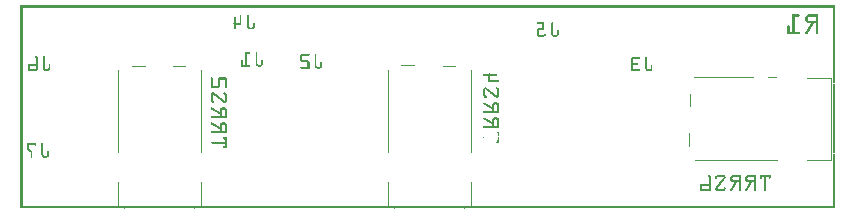
<source format=gbo>
G04 MADE WITH FRITZING*
G04 WWW.FRITZING.ORG*
G04 DOUBLE SIDED*
G04 HOLES PLATED*
G04 CONTOUR ON CENTER OF CONTOUR VECTOR*
%ASAXBY*%
%FSLAX23Y23*%
%MOIN*%
%OFA0B0*%
%SFA1.0B1.0*%
%ADD10C,0.003528*%
%ADD11R,0.001000X0.001000*%
%LNSILK0*%
G90*
G70*
G54D10*
X2231Y384D02*
X2231Y344D01*
D02*
X2520Y161D02*
X2247Y161D01*
D02*
X1500Y188D02*
X1500Y462D01*
D02*
X1447Y477D02*
X1408Y477D01*
D02*
X1225Y188D02*
X1225Y462D01*
D02*
X600Y188D02*
X600Y462D01*
D02*
X547Y477D02*
X508Y477D01*
D02*
X414Y477D02*
X370Y477D01*
D02*
X325Y188D02*
X325Y462D01*
X2620Y437D02*
X2701Y437D01*
X2701Y161D01*
X2620Y161D01*
D02*
X1500Y88D02*
X1500Y8D01*
X1225Y8D01*
X1225Y88D01*
D02*
X600Y88D02*
X600Y8D01*
X325Y8D01*
X325Y88D01*
D02*
G54D11*
X0Y678D02*
X2715Y678D01*
X0Y677D02*
X2715Y677D01*
X0Y676D02*
X2715Y676D01*
X0Y675D02*
X2715Y675D01*
X0Y674D02*
X2715Y674D01*
X0Y673D02*
X2715Y673D01*
X0Y672D02*
X2715Y672D01*
X0Y671D02*
X2715Y671D01*
X0Y670D02*
X7Y670D01*
X2708Y670D02*
X2715Y670D01*
X0Y669D02*
X7Y669D01*
X2708Y669D02*
X2715Y669D01*
X0Y668D02*
X7Y668D01*
X2708Y668D02*
X2715Y668D01*
X0Y667D02*
X7Y667D01*
X2708Y667D02*
X2715Y667D01*
X0Y666D02*
X7Y666D01*
X2708Y666D02*
X2715Y666D01*
X0Y665D02*
X7Y665D01*
X2708Y665D02*
X2715Y665D01*
X0Y664D02*
X7Y664D01*
X2708Y664D02*
X2715Y664D01*
X0Y663D02*
X7Y663D01*
X2708Y663D02*
X2715Y663D01*
X0Y662D02*
X7Y662D01*
X2708Y662D02*
X2715Y662D01*
X0Y661D02*
X7Y661D01*
X2708Y661D02*
X2715Y661D01*
X0Y660D02*
X7Y660D01*
X2708Y660D02*
X2715Y660D01*
X0Y659D02*
X7Y659D01*
X2708Y659D02*
X2715Y659D01*
X0Y658D02*
X7Y658D01*
X2708Y658D02*
X2715Y658D01*
X0Y657D02*
X7Y657D01*
X2708Y657D02*
X2715Y657D01*
X0Y656D02*
X7Y656D01*
X2708Y656D02*
X2715Y656D01*
X0Y655D02*
X7Y655D01*
X2708Y655D02*
X2715Y655D01*
X0Y654D02*
X7Y654D01*
X2708Y654D02*
X2715Y654D01*
X0Y653D02*
X7Y653D01*
X2708Y653D02*
X2715Y653D01*
X0Y652D02*
X7Y652D01*
X2708Y652D02*
X2715Y652D01*
X0Y651D02*
X7Y651D01*
X2708Y651D02*
X2715Y651D01*
X0Y650D02*
X7Y650D01*
X2708Y650D02*
X2715Y650D01*
X0Y649D02*
X7Y649D01*
X2708Y649D02*
X2715Y649D01*
X0Y648D02*
X7Y648D01*
X2708Y648D02*
X2715Y648D01*
X0Y647D02*
X7Y647D01*
X2573Y647D02*
X2595Y647D01*
X2626Y647D02*
X2658Y647D01*
X2708Y647D02*
X2715Y647D01*
X0Y646D02*
X7Y646D01*
X732Y646D02*
X735Y646D01*
X757Y646D02*
X761Y646D01*
X2573Y646D02*
X2596Y646D01*
X2624Y646D02*
X2658Y646D01*
X2708Y646D02*
X2715Y646D01*
X0Y645D02*
X7Y645D01*
X731Y645D02*
X736Y645D01*
X757Y645D02*
X761Y645D01*
X2573Y645D02*
X2597Y645D01*
X2622Y645D02*
X2658Y645D01*
X2708Y645D02*
X2715Y645D01*
X0Y644D02*
X7Y644D01*
X731Y644D02*
X736Y644D01*
X756Y644D02*
X762Y644D01*
X2573Y644D02*
X2597Y644D01*
X2621Y644D02*
X2658Y644D01*
X2708Y644D02*
X2715Y644D01*
X0Y643D02*
X7Y643D01*
X731Y643D02*
X736Y643D01*
X756Y643D02*
X762Y643D01*
X2573Y643D02*
X2597Y643D01*
X2620Y643D02*
X2658Y643D01*
X2708Y643D02*
X2715Y643D01*
X0Y642D02*
X7Y642D01*
X731Y642D02*
X736Y642D01*
X756Y642D02*
X762Y642D01*
X2573Y642D02*
X2597Y642D01*
X2619Y642D02*
X2658Y642D01*
X2708Y642D02*
X2715Y642D01*
X0Y641D02*
X7Y641D01*
X714Y641D02*
X716Y641D01*
X731Y641D02*
X736Y641D01*
X756Y641D02*
X762Y641D01*
X2573Y641D02*
X2596Y641D01*
X2619Y641D02*
X2658Y641D01*
X2708Y641D02*
X2715Y641D01*
X0Y640D02*
X7Y640D01*
X713Y640D02*
X717Y640D01*
X731Y640D02*
X736Y640D01*
X756Y640D02*
X762Y640D01*
X2573Y640D02*
X2595Y640D01*
X2618Y640D02*
X2658Y640D01*
X2708Y640D02*
X2715Y640D01*
X0Y639D02*
X7Y639D01*
X712Y639D02*
X717Y639D01*
X731Y639D02*
X736Y639D01*
X756Y639D02*
X762Y639D01*
X2573Y639D02*
X2581Y639D01*
X2618Y639D02*
X2629Y639D01*
X2650Y639D02*
X2658Y639D01*
X2708Y639D02*
X2715Y639D01*
X0Y638D02*
X7Y638D01*
X712Y638D02*
X718Y638D01*
X731Y638D02*
X736Y638D01*
X756Y638D02*
X762Y638D01*
X2573Y638D02*
X2580Y638D01*
X2617Y638D02*
X2626Y638D01*
X2651Y638D02*
X2658Y638D01*
X2708Y638D02*
X2715Y638D01*
X0Y637D02*
X7Y637D01*
X712Y637D02*
X718Y637D01*
X731Y637D02*
X736Y637D01*
X756Y637D02*
X762Y637D01*
X2573Y637D02*
X2580Y637D01*
X2617Y637D02*
X2625Y637D01*
X2651Y637D02*
X2658Y637D01*
X2708Y637D02*
X2715Y637D01*
X0Y636D02*
X7Y636D01*
X712Y636D02*
X718Y636D01*
X731Y636D02*
X736Y636D01*
X756Y636D02*
X762Y636D01*
X2573Y636D02*
X2580Y636D01*
X2617Y636D02*
X2625Y636D01*
X2651Y636D02*
X2658Y636D01*
X2708Y636D02*
X2715Y636D01*
X0Y635D02*
X7Y635D01*
X712Y635D02*
X718Y635D01*
X731Y635D02*
X736Y635D01*
X756Y635D02*
X762Y635D01*
X2573Y635D02*
X2580Y635D01*
X2617Y635D02*
X2625Y635D01*
X2651Y635D02*
X2658Y635D01*
X2708Y635D02*
X2715Y635D01*
X0Y634D02*
X7Y634D01*
X712Y634D02*
X718Y634D01*
X731Y634D02*
X736Y634D01*
X756Y634D02*
X762Y634D01*
X2573Y634D02*
X2580Y634D01*
X2617Y634D02*
X2625Y634D01*
X2651Y634D02*
X2658Y634D01*
X2708Y634D02*
X2715Y634D01*
X0Y633D02*
X7Y633D01*
X712Y633D02*
X718Y633D01*
X731Y633D02*
X736Y633D01*
X756Y633D02*
X762Y633D01*
X2573Y633D02*
X2580Y633D01*
X2617Y633D02*
X2625Y633D01*
X2651Y633D02*
X2658Y633D01*
X2708Y633D02*
X2715Y633D01*
X0Y632D02*
X7Y632D01*
X712Y632D02*
X718Y632D01*
X731Y632D02*
X736Y632D01*
X756Y632D02*
X762Y632D01*
X2573Y632D02*
X2580Y632D01*
X2617Y632D02*
X2625Y632D01*
X2651Y632D02*
X2658Y632D01*
X2708Y632D02*
X2715Y632D01*
X0Y631D02*
X7Y631D01*
X712Y631D02*
X718Y631D01*
X731Y631D02*
X736Y631D01*
X756Y631D02*
X762Y631D01*
X2573Y631D02*
X2580Y631D01*
X2617Y631D02*
X2625Y631D01*
X2651Y631D02*
X2658Y631D01*
X2708Y631D02*
X2715Y631D01*
X0Y630D02*
X7Y630D01*
X712Y630D02*
X718Y630D01*
X731Y630D02*
X736Y630D01*
X756Y630D02*
X762Y630D01*
X2573Y630D02*
X2580Y630D01*
X2617Y630D02*
X2625Y630D01*
X2651Y630D02*
X2658Y630D01*
X2708Y630D02*
X2715Y630D01*
X0Y629D02*
X7Y629D01*
X712Y629D02*
X718Y629D01*
X731Y629D02*
X736Y629D01*
X756Y629D02*
X762Y629D01*
X2573Y629D02*
X2580Y629D01*
X2617Y629D02*
X2625Y629D01*
X2651Y629D02*
X2658Y629D01*
X2708Y629D02*
X2715Y629D01*
X0Y628D02*
X7Y628D01*
X712Y628D02*
X718Y628D01*
X731Y628D02*
X736Y628D01*
X756Y628D02*
X762Y628D01*
X2573Y628D02*
X2580Y628D01*
X2617Y628D02*
X2625Y628D01*
X2651Y628D02*
X2658Y628D01*
X2708Y628D02*
X2715Y628D01*
X0Y627D02*
X7Y627D01*
X712Y627D02*
X718Y627D01*
X731Y627D02*
X736Y627D01*
X756Y627D02*
X762Y627D01*
X2573Y627D02*
X2580Y627D01*
X2617Y627D02*
X2626Y627D01*
X2651Y627D02*
X2658Y627D01*
X2708Y627D02*
X2715Y627D01*
X0Y626D02*
X7Y626D01*
X712Y626D02*
X718Y626D01*
X731Y626D02*
X736Y626D01*
X756Y626D02*
X762Y626D01*
X2573Y626D02*
X2580Y626D01*
X2618Y626D02*
X2629Y626D01*
X2650Y626D02*
X2658Y626D01*
X2708Y626D02*
X2715Y626D01*
X0Y625D02*
X7Y625D01*
X712Y625D02*
X718Y625D01*
X731Y625D02*
X736Y625D01*
X756Y625D02*
X762Y625D01*
X2573Y625D02*
X2580Y625D01*
X2618Y625D02*
X2658Y625D01*
X2708Y625D02*
X2715Y625D01*
X0Y624D02*
X7Y624D01*
X712Y624D02*
X718Y624D01*
X731Y624D02*
X736Y624D01*
X756Y624D02*
X762Y624D01*
X2573Y624D02*
X2580Y624D01*
X2619Y624D02*
X2658Y624D01*
X2708Y624D02*
X2715Y624D01*
X0Y623D02*
X7Y623D01*
X712Y623D02*
X718Y623D01*
X731Y623D02*
X736Y623D01*
X756Y623D02*
X762Y623D01*
X2573Y623D02*
X2580Y623D01*
X2619Y623D02*
X2658Y623D01*
X2708Y623D02*
X2715Y623D01*
X0Y622D02*
X7Y622D01*
X712Y622D02*
X718Y622D01*
X731Y622D02*
X736Y622D01*
X756Y622D02*
X762Y622D01*
X1722Y622D02*
X1745Y622D01*
X1771Y622D02*
X1774Y622D01*
X2573Y622D02*
X2580Y622D01*
X2620Y622D02*
X2658Y622D01*
X2708Y622D02*
X2715Y622D01*
X0Y621D02*
X7Y621D01*
X712Y621D02*
X718Y621D01*
X731Y621D02*
X736Y621D01*
X756Y621D02*
X762Y621D01*
X1722Y621D02*
X1745Y621D01*
X1771Y621D02*
X1775Y621D01*
X2573Y621D02*
X2580Y621D01*
X2621Y621D02*
X2658Y621D01*
X2708Y621D02*
X2715Y621D01*
X0Y620D02*
X7Y620D01*
X712Y620D02*
X718Y620D01*
X731Y620D02*
X736Y620D01*
X756Y620D02*
X762Y620D01*
X1721Y620D02*
X1745Y620D01*
X1770Y620D02*
X1775Y620D01*
X2573Y620D02*
X2580Y620D01*
X2622Y620D02*
X2658Y620D01*
X2708Y620D02*
X2715Y620D01*
X0Y619D02*
X7Y619D01*
X710Y619D02*
X736Y619D01*
X756Y619D02*
X762Y619D01*
X776Y619D02*
X780Y619D01*
X1721Y619D02*
X1745Y619D01*
X1770Y619D02*
X1775Y619D01*
X2573Y619D02*
X2580Y619D01*
X2624Y619D02*
X2658Y619D01*
X2708Y619D02*
X2715Y619D01*
X0Y618D02*
X7Y618D01*
X709Y618D02*
X736Y618D01*
X756Y618D02*
X762Y618D01*
X776Y618D02*
X780Y618D01*
X1722Y618D02*
X1745Y618D01*
X1770Y618D02*
X1775Y618D01*
X2573Y618D02*
X2580Y618D01*
X2626Y618D02*
X2658Y618D01*
X2708Y618D02*
X2715Y618D01*
X0Y617D02*
X7Y617D01*
X709Y617D02*
X736Y617D01*
X756Y617D02*
X762Y617D01*
X775Y617D02*
X781Y617D01*
X1722Y617D02*
X1745Y617D01*
X1770Y617D02*
X1775Y617D01*
X2573Y617D02*
X2580Y617D01*
X2634Y617D02*
X2644Y617D01*
X2651Y617D02*
X2658Y617D01*
X2708Y617D02*
X2715Y617D01*
X0Y616D02*
X7Y616D01*
X709Y616D02*
X736Y616D01*
X756Y616D02*
X762Y616D01*
X775Y616D02*
X781Y616D01*
X1740Y616D02*
X1745Y616D01*
X1770Y616D02*
X1775Y616D01*
X2573Y616D02*
X2580Y616D01*
X2634Y616D02*
X2643Y616D01*
X2651Y616D02*
X2658Y616D01*
X2708Y616D02*
X2715Y616D01*
X0Y615D02*
X7Y615D01*
X709Y615D02*
X736Y615D01*
X756Y615D02*
X762Y615D01*
X775Y615D02*
X781Y615D01*
X1740Y615D02*
X1745Y615D01*
X1770Y615D02*
X1775Y615D01*
X2573Y615D02*
X2580Y615D01*
X2633Y615D02*
X2642Y615D01*
X2651Y615D02*
X2658Y615D01*
X2708Y615D02*
X2715Y615D01*
X0Y614D02*
X7Y614D01*
X711Y614D02*
X736Y614D01*
X756Y614D02*
X762Y614D01*
X775Y614D02*
X781Y614D01*
X1740Y614D02*
X1745Y614D01*
X1770Y614D02*
X1775Y614D01*
X2573Y614D02*
X2580Y614D01*
X2633Y614D02*
X2642Y614D01*
X2651Y614D02*
X2658Y614D01*
X2708Y614D02*
X2715Y614D01*
X0Y613D02*
X7Y613D01*
X712Y613D02*
X718Y613D01*
X756Y613D02*
X762Y613D01*
X775Y613D02*
X781Y613D01*
X1740Y613D02*
X1745Y613D01*
X1770Y613D02*
X1775Y613D01*
X2573Y613D02*
X2580Y613D01*
X2632Y613D02*
X2641Y613D01*
X2651Y613D02*
X2658Y613D01*
X2708Y613D02*
X2715Y613D01*
X0Y612D02*
X7Y612D01*
X712Y612D02*
X718Y612D01*
X756Y612D02*
X762Y612D01*
X775Y612D02*
X781Y612D01*
X1740Y612D02*
X1745Y612D01*
X1770Y612D02*
X1775Y612D01*
X2573Y612D02*
X2580Y612D01*
X2632Y612D02*
X2641Y612D01*
X2651Y612D02*
X2658Y612D01*
X2708Y612D02*
X2715Y612D01*
X0Y611D02*
X7Y611D01*
X712Y611D02*
X718Y611D01*
X756Y611D02*
X762Y611D01*
X775Y611D02*
X781Y611D01*
X1740Y611D02*
X1745Y611D01*
X1770Y611D02*
X1775Y611D01*
X2558Y611D02*
X2561Y611D01*
X2573Y611D02*
X2580Y611D01*
X2631Y611D02*
X2640Y611D01*
X2651Y611D02*
X2658Y611D01*
X2708Y611D02*
X2715Y611D01*
X0Y610D02*
X7Y610D01*
X712Y610D02*
X718Y610D01*
X756Y610D02*
X762Y610D01*
X775Y610D02*
X781Y610D01*
X1740Y610D02*
X1745Y610D01*
X1770Y610D02*
X1775Y610D01*
X2557Y610D02*
X2562Y610D01*
X2573Y610D02*
X2580Y610D01*
X2630Y610D02*
X2639Y610D01*
X2651Y610D02*
X2658Y610D01*
X2708Y610D02*
X2715Y610D01*
X0Y609D02*
X7Y609D01*
X712Y609D02*
X718Y609D01*
X756Y609D02*
X762Y609D01*
X775Y609D02*
X781Y609D01*
X1740Y609D02*
X1745Y609D01*
X1770Y609D02*
X1775Y609D01*
X2556Y609D02*
X2563Y609D01*
X2573Y609D02*
X2580Y609D01*
X2630Y609D02*
X2639Y609D01*
X2651Y609D02*
X2658Y609D01*
X2708Y609D02*
X2715Y609D01*
X0Y608D02*
X7Y608D01*
X712Y608D02*
X718Y608D01*
X756Y608D02*
X762Y608D01*
X775Y608D02*
X781Y608D01*
X1740Y608D02*
X1745Y608D01*
X1770Y608D02*
X1775Y608D01*
X2556Y608D02*
X2563Y608D01*
X2573Y608D02*
X2580Y608D01*
X2629Y608D02*
X2638Y608D01*
X2651Y608D02*
X2658Y608D01*
X2708Y608D02*
X2715Y608D01*
X0Y607D02*
X7Y607D01*
X712Y607D02*
X718Y607D01*
X756Y607D02*
X762Y607D01*
X775Y607D02*
X781Y607D01*
X1740Y607D02*
X1745Y607D01*
X1770Y607D02*
X1775Y607D01*
X2556Y607D02*
X2563Y607D01*
X2573Y607D02*
X2580Y607D01*
X2629Y607D02*
X2638Y607D01*
X2651Y607D02*
X2658Y607D01*
X2708Y607D02*
X2715Y607D01*
X0Y606D02*
X7Y606D01*
X712Y606D02*
X718Y606D01*
X756Y606D02*
X762Y606D01*
X775Y606D02*
X781Y606D01*
X1740Y606D02*
X1745Y606D01*
X1770Y606D02*
X1775Y606D01*
X2556Y606D02*
X2563Y606D01*
X2573Y606D02*
X2580Y606D01*
X2628Y606D02*
X2637Y606D01*
X2651Y606D02*
X2658Y606D01*
X2708Y606D02*
X2715Y606D01*
X0Y605D02*
X7Y605D01*
X712Y605D02*
X718Y605D01*
X756Y605D02*
X762Y605D01*
X775Y605D02*
X780Y605D01*
X1740Y605D02*
X1745Y605D01*
X1770Y605D02*
X1775Y605D01*
X2556Y605D02*
X2563Y605D01*
X2573Y605D02*
X2580Y605D01*
X2627Y605D02*
X2636Y605D01*
X2651Y605D02*
X2658Y605D01*
X2708Y605D02*
X2715Y605D01*
X0Y604D02*
X7Y604D01*
X712Y604D02*
X718Y604D01*
X757Y604D02*
X764Y604D01*
X773Y604D02*
X780Y604D01*
X1740Y604D02*
X1745Y604D01*
X1770Y604D02*
X1775Y604D01*
X2556Y604D02*
X2563Y604D01*
X2573Y604D02*
X2580Y604D01*
X2627Y604D02*
X2636Y604D01*
X2651Y604D02*
X2658Y604D01*
X2708Y604D02*
X2715Y604D01*
X0Y603D02*
X7Y603D01*
X712Y603D02*
X718Y603D01*
X757Y603D02*
X780Y603D01*
X1740Y603D02*
X1745Y603D01*
X1770Y603D02*
X1775Y603D01*
X2556Y603D02*
X2563Y603D01*
X2573Y603D02*
X2580Y603D01*
X2626Y603D02*
X2635Y603D01*
X2651Y603D02*
X2658Y603D01*
X2708Y603D02*
X2715Y603D01*
X0Y602D02*
X7Y602D01*
X712Y602D02*
X718Y602D01*
X758Y602D02*
X779Y602D01*
X1740Y602D02*
X1745Y602D01*
X1770Y602D02*
X1775Y602D01*
X2556Y602D02*
X2563Y602D01*
X2573Y602D02*
X2580Y602D01*
X2626Y602D02*
X2635Y602D01*
X2651Y602D02*
X2658Y602D01*
X2708Y602D02*
X2715Y602D01*
X0Y601D02*
X7Y601D01*
X712Y601D02*
X718Y601D01*
X758Y601D02*
X779Y601D01*
X1726Y601D02*
X1745Y601D01*
X1770Y601D02*
X1775Y601D01*
X2556Y601D02*
X2563Y601D01*
X2573Y601D02*
X2580Y601D01*
X2625Y601D02*
X2634Y601D01*
X2651Y601D02*
X2658Y601D01*
X2708Y601D02*
X2715Y601D01*
X0Y600D02*
X7Y600D01*
X712Y600D02*
X717Y600D01*
X759Y600D02*
X778Y600D01*
X1724Y600D02*
X1745Y600D01*
X1770Y600D02*
X1775Y600D01*
X2556Y600D02*
X2563Y600D01*
X2573Y600D02*
X2580Y600D01*
X2625Y600D02*
X2634Y600D01*
X2651Y600D02*
X2658Y600D01*
X2708Y600D02*
X2715Y600D01*
X0Y599D02*
X7Y599D01*
X713Y599D02*
X717Y599D01*
X761Y599D02*
X776Y599D01*
X1723Y599D02*
X1745Y599D01*
X1770Y599D02*
X1775Y599D01*
X2556Y599D02*
X2563Y599D01*
X2573Y599D02*
X2580Y599D01*
X2624Y599D02*
X2633Y599D01*
X2651Y599D02*
X2658Y599D01*
X2708Y599D02*
X2715Y599D01*
X0Y598D02*
X7Y598D01*
X713Y598D02*
X716Y598D01*
X762Y598D02*
X775Y598D01*
X1722Y598D02*
X1745Y598D01*
X1770Y598D02*
X1775Y598D01*
X2556Y598D02*
X2563Y598D01*
X2573Y598D02*
X2580Y598D01*
X2623Y598D02*
X2632Y598D01*
X2651Y598D02*
X2658Y598D01*
X2708Y598D02*
X2715Y598D01*
X0Y597D02*
X7Y597D01*
X1722Y597D02*
X1745Y597D01*
X1770Y597D02*
X1775Y597D01*
X2556Y597D02*
X2563Y597D01*
X2573Y597D02*
X2580Y597D01*
X2623Y597D02*
X2632Y597D01*
X2651Y597D02*
X2658Y597D01*
X2708Y597D02*
X2715Y597D01*
X0Y596D02*
X7Y596D01*
X1721Y596D02*
X1745Y596D01*
X1770Y596D02*
X1775Y596D01*
X2556Y596D02*
X2563Y596D01*
X2573Y596D02*
X2580Y596D01*
X2622Y596D02*
X2631Y596D01*
X2651Y596D02*
X2658Y596D01*
X2708Y596D02*
X2715Y596D01*
X0Y595D02*
X7Y595D01*
X1721Y595D02*
X1745Y595D01*
X1770Y595D02*
X1775Y595D01*
X1790Y595D02*
X1793Y595D01*
X2556Y595D02*
X2563Y595D01*
X2573Y595D02*
X2580Y595D01*
X2622Y595D02*
X2631Y595D01*
X2651Y595D02*
X2658Y595D01*
X2708Y595D02*
X2715Y595D01*
X0Y594D02*
X7Y594D01*
X1721Y594D02*
X1727Y594D01*
X1770Y594D02*
X1775Y594D01*
X1789Y594D02*
X1794Y594D01*
X2556Y594D02*
X2563Y594D01*
X2573Y594D02*
X2580Y594D01*
X2621Y594D02*
X2630Y594D01*
X2651Y594D02*
X2658Y594D01*
X2708Y594D02*
X2715Y594D01*
X0Y593D02*
X7Y593D01*
X1721Y593D02*
X1727Y593D01*
X1770Y593D02*
X1775Y593D01*
X1789Y593D02*
X1794Y593D01*
X2556Y593D02*
X2563Y593D01*
X2573Y593D02*
X2580Y593D01*
X2620Y593D02*
X2629Y593D01*
X2651Y593D02*
X2658Y593D01*
X2708Y593D02*
X2715Y593D01*
X0Y592D02*
X7Y592D01*
X1721Y592D02*
X1727Y592D01*
X1770Y592D02*
X1775Y592D01*
X1789Y592D02*
X1794Y592D01*
X2556Y592D02*
X2563Y592D01*
X2573Y592D02*
X2580Y592D01*
X2620Y592D02*
X2629Y592D01*
X2651Y592D02*
X2658Y592D01*
X2708Y592D02*
X2715Y592D01*
X0Y591D02*
X7Y591D01*
X1721Y591D02*
X1727Y591D01*
X1770Y591D02*
X1775Y591D01*
X1789Y591D02*
X1794Y591D01*
X2556Y591D02*
X2563Y591D01*
X2573Y591D02*
X2580Y591D01*
X2619Y591D02*
X2628Y591D01*
X2651Y591D02*
X2658Y591D01*
X2708Y591D02*
X2715Y591D01*
X0Y590D02*
X7Y590D01*
X1721Y590D02*
X1727Y590D01*
X1770Y590D02*
X1775Y590D01*
X1789Y590D02*
X1794Y590D01*
X2556Y590D02*
X2593Y590D01*
X2619Y590D02*
X2628Y590D01*
X2651Y590D02*
X2658Y590D01*
X2708Y590D02*
X2715Y590D01*
X0Y589D02*
X7Y589D01*
X1721Y589D02*
X1727Y589D01*
X1770Y589D02*
X1775Y589D01*
X1789Y589D02*
X1794Y589D01*
X2556Y589D02*
X2596Y589D01*
X2618Y589D02*
X2627Y589D01*
X2651Y589D02*
X2658Y589D01*
X2708Y589D02*
X2715Y589D01*
X0Y588D02*
X7Y588D01*
X1721Y588D02*
X1727Y588D01*
X1770Y588D02*
X1775Y588D01*
X1789Y588D02*
X1794Y588D01*
X2556Y588D02*
X2596Y588D01*
X2618Y588D02*
X2627Y588D01*
X2651Y588D02*
X2658Y588D01*
X2708Y588D02*
X2715Y588D01*
X0Y587D02*
X7Y587D01*
X1721Y587D02*
X1727Y587D01*
X1770Y587D02*
X1775Y587D01*
X1789Y587D02*
X1794Y587D01*
X2556Y587D02*
X2597Y587D01*
X2617Y587D02*
X2626Y587D01*
X2651Y587D02*
X2658Y587D01*
X2708Y587D02*
X2715Y587D01*
X0Y586D02*
X7Y586D01*
X1721Y586D02*
X1727Y586D01*
X1770Y586D02*
X1775Y586D01*
X1789Y586D02*
X1794Y586D01*
X2556Y586D02*
X2597Y586D01*
X2617Y586D02*
X2625Y586D01*
X2651Y586D02*
X2658Y586D01*
X2708Y586D02*
X2715Y586D01*
X0Y585D02*
X7Y585D01*
X1721Y585D02*
X1727Y585D01*
X1770Y585D02*
X1775Y585D01*
X1789Y585D02*
X1794Y585D01*
X2556Y585D02*
X2597Y585D01*
X2617Y585D02*
X2625Y585D01*
X2651Y585D02*
X2658Y585D01*
X2708Y585D02*
X2715Y585D01*
X0Y584D02*
X7Y584D01*
X1721Y584D02*
X1727Y584D01*
X1770Y584D02*
X1775Y584D01*
X1789Y584D02*
X1794Y584D01*
X2556Y584D02*
X2597Y584D01*
X2617Y584D02*
X2624Y584D01*
X2651Y584D02*
X2658Y584D01*
X2708Y584D02*
X2715Y584D01*
X0Y583D02*
X7Y583D01*
X1721Y583D02*
X1727Y583D01*
X1770Y583D02*
X1775Y583D01*
X1789Y583D02*
X1794Y583D01*
X2557Y583D02*
X2596Y583D01*
X2618Y583D02*
X2624Y583D01*
X2652Y583D02*
X2657Y583D01*
X2708Y583D02*
X2715Y583D01*
X0Y582D02*
X7Y582D01*
X1721Y582D02*
X1727Y582D01*
X1749Y582D02*
X1750Y582D01*
X1770Y582D02*
X1776Y582D01*
X1789Y582D02*
X1794Y582D01*
X2558Y582D02*
X2595Y582D01*
X2619Y582D02*
X2622Y582D01*
X2653Y582D02*
X2656Y582D01*
X2708Y582D02*
X2715Y582D01*
X0Y581D02*
X7Y581D01*
X1721Y581D02*
X1727Y581D01*
X1746Y581D02*
X1751Y581D01*
X1770Y581D02*
X1776Y581D01*
X1788Y581D02*
X1794Y581D01*
X2708Y581D02*
X2715Y581D01*
X0Y580D02*
X7Y580D01*
X1721Y580D02*
X1727Y580D01*
X1744Y580D02*
X1752Y580D01*
X1771Y580D02*
X1777Y580D01*
X1787Y580D02*
X1794Y580D01*
X2708Y580D02*
X2715Y580D01*
X0Y579D02*
X7Y579D01*
X1721Y579D02*
X1752Y579D01*
X1771Y579D02*
X1794Y579D01*
X2708Y579D02*
X2715Y579D01*
X0Y578D02*
X7Y578D01*
X1721Y578D02*
X1752Y578D01*
X1771Y578D02*
X1793Y578D01*
X2708Y578D02*
X2715Y578D01*
X0Y577D02*
X7Y577D01*
X1722Y577D02*
X1751Y577D01*
X1772Y577D02*
X1792Y577D01*
X2708Y577D02*
X2715Y577D01*
X0Y576D02*
X7Y576D01*
X1722Y576D02*
X1750Y576D01*
X1773Y576D02*
X1792Y576D01*
X2708Y576D02*
X2715Y576D01*
X0Y575D02*
X7Y575D01*
X1723Y575D02*
X1748Y575D01*
X1774Y575D02*
X1790Y575D01*
X2708Y575D02*
X2715Y575D01*
X0Y574D02*
X7Y574D01*
X1725Y574D02*
X1745Y574D01*
X1776Y574D02*
X1789Y574D01*
X2708Y574D02*
X2715Y574D01*
X0Y573D02*
X7Y573D01*
X2708Y573D02*
X2715Y573D01*
X0Y572D02*
X7Y572D01*
X2708Y572D02*
X2715Y572D01*
X0Y571D02*
X7Y571D01*
X2708Y571D02*
X2715Y571D01*
X0Y570D02*
X7Y570D01*
X2708Y570D02*
X2715Y570D01*
X0Y569D02*
X7Y569D01*
X2708Y569D02*
X2715Y569D01*
X0Y568D02*
X7Y568D01*
X2708Y568D02*
X2715Y568D01*
X0Y567D02*
X7Y567D01*
X2708Y567D02*
X2715Y567D01*
X0Y566D02*
X7Y566D01*
X2708Y566D02*
X2715Y566D01*
X0Y565D02*
X7Y565D01*
X2708Y565D02*
X2715Y565D01*
X0Y564D02*
X7Y564D01*
X2708Y564D02*
X2715Y564D01*
X0Y563D02*
X7Y563D01*
X2708Y563D02*
X2715Y563D01*
X0Y562D02*
X7Y562D01*
X2708Y562D02*
X2715Y562D01*
X0Y561D02*
X7Y561D01*
X2708Y561D02*
X2715Y561D01*
X0Y560D02*
X7Y560D01*
X2708Y560D02*
X2715Y560D01*
X0Y559D02*
X7Y559D01*
X2708Y559D02*
X2715Y559D01*
X0Y558D02*
X7Y558D01*
X2708Y558D02*
X2715Y558D01*
X0Y557D02*
X7Y557D01*
X2708Y557D02*
X2715Y557D01*
X0Y556D02*
X7Y556D01*
X2708Y556D02*
X2715Y556D01*
X0Y555D02*
X7Y555D01*
X2708Y555D02*
X2715Y555D01*
X0Y554D02*
X7Y554D01*
X2708Y554D02*
X2715Y554D01*
X0Y553D02*
X7Y553D01*
X2708Y553D02*
X2715Y553D01*
X0Y552D02*
X7Y552D01*
X2708Y552D02*
X2715Y552D01*
X0Y551D02*
X7Y551D01*
X2708Y551D02*
X2715Y551D01*
X0Y550D02*
X7Y550D01*
X2708Y550D02*
X2715Y550D01*
X0Y549D02*
X7Y549D01*
X2708Y549D02*
X2715Y549D01*
X0Y548D02*
X7Y548D01*
X2708Y548D02*
X2715Y548D01*
X0Y547D02*
X7Y547D01*
X2708Y547D02*
X2715Y547D01*
X0Y546D02*
X7Y546D01*
X2708Y546D02*
X2715Y546D01*
X0Y545D02*
X7Y545D01*
X2708Y545D02*
X2715Y545D01*
X0Y544D02*
X7Y544D01*
X2708Y544D02*
X2715Y544D01*
X0Y543D02*
X7Y543D01*
X2708Y543D02*
X2715Y543D01*
X0Y542D02*
X7Y542D01*
X2708Y542D02*
X2715Y542D01*
X0Y541D02*
X7Y541D01*
X2708Y541D02*
X2715Y541D01*
X0Y540D02*
X7Y540D01*
X2708Y540D02*
X2715Y540D01*
X0Y539D02*
X7Y539D01*
X2708Y539D02*
X2715Y539D01*
X0Y538D02*
X7Y538D01*
X2708Y538D02*
X2715Y538D01*
X0Y537D02*
X7Y537D01*
X2708Y537D02*
X2715Y537D01*
X0Y536D02*
X7Y536D01*
X2708Y536D02*
X2715Y536D01*
X0Y535D02*
X7Y535D01*
X2708Y535D02*
X2715Y535D01*
X0Y534D02*
X7Y534D01*
X2708Y534D02*
X2715Y534D01*
X0Y533D02*
X7Y533D01*
X2708Y533D02*
X2715Y533D01*
X0Y532D02*
X7Y532D01*
X2708Y532D02*
X2715Y532D01*
X0Y531D02*
X7Y531D01*
X2708Y531D02*
X2715Y531D01*
X0Y530D02*
X7Y530D01*
X2708Y530D02*
X2715Y530D01*
X0Y529D02*
X7Y529D01*
X2708Y529D02*
X2715Y529D01*
X0Y528D02*
X7Y528D01*
X2708Y528D02*
X2715Y528D01*
X0Y527D02*
X7Y527D01*
X2708Y527D02*
X2715Y527D01*
X0Y526D02*
X7Y526D01*
X2708Y526D02*
X2715Y526D01*
X0Y525D02*
X7Y525D01*
X2708Y525D02*
X2715Y525D01*
X0Y524D02*
X7Y524D01*
X2708Y524D02*
X2715Y524D01*
X0Y523D02*
X7Y523D01*
X2708Y523D02*
X2715Y523D01*
X0Y522D02*
X7Y522D01*
X748Y522D02*
X764Y522D01*
X785Y522D02*
X788Y522D01*
X2708Y522D02*
X2715Y522D01*
X0Y521D02*
X7Y521D01*
X748Y521D02*
X765Y521D01*
X784Y521D02*
X789Y521D01*
X2708Y521D02*
X2715Y521D01*
X0Y520D02*
X7Y520D01*
X748Y520D02*
X766Y520D01*
X784Y520D02*
X789Y520D01*
X2708Y520D02*
X2715Y520D01*
X0Y519D02*
X7Y519D01*
X748Y519D02*
X765Y519D01*
X784Y519D02*
X789Y519D01*
X2708Y519D02*
X2715Y519D01*
X0Y518D02*
X7Y518D01*
X748Y518D02*
X765Y518D01*
X784Y518D02*
X789Y518D01*
X2708Y518D02*
X2715Y518D01*
X0Y517D02*
X7Y517D01*
X748Y517D02*
X764Y517D01*
X784Y517D02*
X789Y517D01*
X2708Y517D02*
X2715Y517D01*
X0Y516D02*
X7Y516D01*
X748Y516D02*
X753Y516D01*
X784Y516D02*
X789Y516D01*
X2708Y516D02*
X2715Y516D01*
X0Y515D02*
X7Y515D01*
X748Y515D02*
X753Y515D01*
X784Y515D02*
X789Y515D01*
X936Y515D02*
X962Y515D01*
X982Y515D02*
X985Y515D01*
X2708Y515D02*
X2715Y515D01*
X0Y514D02*
X7Y514D01*
X748Y514D02*
X753Y514D01*
X784Y514D02*
X789Y514D01*
X935Y514D02*
X963Y514D01*
X981Y514D02*
X986Y514D01*
X2708Y514D02*
X2715Y514D01*
X0Y513D02*
X7Y513D01*
X748Y513D02*
X753Y513D01*
X784Y513D02*
X789Y513D01*
X934Y513D02*
X963Y513D01*
X981Y513D02*
X986Y513D01*
X2708Y513D02*
X2715Y513D01*
X0Y512D02*
X7Y512D01*
X748Y512D02*
X753Y512D01*
X784Y512D02*
X789Y512D01*
X933Y512D02*
X963Y512D01*
X981Y512D02*
X986Y512D01*
X2708Y512D02*
X2715Y512D01*
X0Y511D02*
X7Y511D01*
X748Y511D02*
X753Y511D01*
X784Y511D02*
X789Y511D01*
X933Y511D02*
X962Y511D01*
X981Y511D02*
X986Y511D01*
X2708Y511D02*
X2715Y511D01*
X0Y510D02*
X7Y510D01*
X748Y510D02*
X753Y510D01*
X784Y510D02*
X789Y510D01*
X933Y510D02*
X961Y510D01*
X981Y510D02*
X986Y510D01*
X2708Y510D02*
X2715Y510D01*
X0Y509D02*
X7Y509D01*
X50Y509D02*
X54Y509D01*
X77Y509D02*
X78Y509D01*
X748Y509D02*
X753Y509D01*
X784Y509D02*
X789Y509D01*
X932Y509D02*
X938Y509D01*
X981Y509D02*
X986Y509D01*
X2708Y509D02*
X2715Y509D01*
X0Y508D02*
X7Y508D01*
X49Y508D02*
X56Y508D01*
X76Y508D02*
X79Y508D01*
X748Y508D02*
X753Y508D01*
X784Y508D02*
X789Y508D01*
X932Y508D02*
X938Y508D01*
X981Y508D02*
X986Y508D01*
X2708Y508D02*
X2715Y508D01*
X0Y507D02*
X7Y507D01*
X48Y507D02*
X56Y507D01*
X75Y507D02*
X80Y507D01*
X748Y507D02*
X753Y507D01*
X784Y507D02*
X789Y507D01*
X932Y507D02*
X938Y507D01*
X981Y507D02*
X986Y507D01*
X2708Y507D02*
X2715Y507D01*
X0Y506D02*
X7Y506D01*
X48Y506D02*
X57Y506D01*
X75Y506D02*
X80Y506D01*
X748Y506D02*
X753Y506D01*
X784Y506D02*
X789Y506D01*
X932Y506D02*
X938Y506D01*
X981Y506D02*
X986Y506D01*
X2041Y506D02*
X2063Y506D01*
X2085Y506D02*
X2086Y506D01*
X2708Y506D02*
X2715Y506D01*
X0Y505D02*
X7Y505D01*
X48Y505D02*
X57Y505D01*
X75Y505D02*
X80Y505D01*
X748Y505D02*
X753Y505D01*
X784Y505D02*
X789Y505D01*
X932Y505D02*
X938Y505D01*
X981Y505D02*
X986Y505D01*
X2039Y505D02*
X2065Y505D01*
X2084Y505D02*
X2087Y505D01*
X2708Y505D02*
X2715Y505D01*
X0Y504D02*
X7Y504D01*
X49Y504D02*
X57Y504D01*
X75Y504D02*
X80Y504D01*
X748Y504D02*
X753Y504D01*
X784Y504D02*
X789Y504D01*
X932Y504D02*
X938Y504D01*
X981Y504D02*
X986Y504D01*
X2038Y504D02*
X2065Y504D01*
X2083Y504D02*
X2088Y504D01*
X2708Y504D02*
X2715Y504D01*
X0Y503D02*
X7Y503D01*
X50Y503D02*
X57Y503D01*
X75Y503D02*
X80Y503D01*
X748Y503D02*
X753Y503D01*
X784Y503D02*
X789Y503D01*
X932Y503D02*
X938Y503D01*
X981Y503D02*
X986Y503D01*
X2037Y503D02*
X2065Y503D01*
X2083Y503D02*
X2088Y503D01*
X2708Y503D02*
X2715Y503D01*
X0Y502D02*
X7Y502D01*
X51Y502D02*
X57Y502D01*
X75Y502D02*
X80Y502D01*
X748Y502D02*
X753Y502D01*
X784Y502D02*
X789Y502D01*
X932Y502D02*
X938Y502D01*
X981Y502D02*
X986Y502D01*
X2036Y502D02*
X2065Y502D01*
X2083Y502D02*
X2088Y502D01*
X2708Y502D02*
X2715Y502D01*
X0Y501D02*
X7Y501D01*
X51Y501D02*
X57Y501D01*
X75Y501D02*
X80Y501D01*
X748Y501D02*
X753Y501D01*
X784Y501D02*
X789Y501D01*
X932Y501D02*
X938Y501D01*
X981Y501D02*
X986Y501D01*
X2036Y501D02*
X2064Y501D01*
X2083Y501D02*
X2088Y501D01*
X2708Y501D02*
X2715Y501D01*
X0Y500D02*
X7Y500D01*
X51Y500D02*
X57Y500D01*
X75Y500D02*
X80Y500D01*
X748Y500D02*
X753Y500D01*
X784Y500D02*
X789Y500D01*
X932Y500D02*
X938Y500D01*
X981Y500D02*
X986Y500D01*
X2036Y500D02*
X2042Y500D01*
X2083Y500D02*
X2088Y500D01*
X2708Y500D02*
X2715Y500D01*
X0Y499D02*
X7Y499D01*
X51Y499D02*
X57Y499D01*
X75Y499D02*
X80Y499D01*
X748Y499D02*
X753Y499D01*
X784Y499D02*
X789Y499D01*
X932Y499D02*
X938Y499D01*
X981Y499D02*
X986Y499D01*
X2036Y499D02*
X2041Y499D01*
X2083Y499D02*
X2088Y499D01*
X2708Y499D02*
X2715Y499D01*
X0Y498D02*
X7Y498D01*
X51Y498D02*
X57Y498D01*
X75Y498D02*
X80Y498D01*
X748Y498D02*
X753Y498D01*
X784Y498D02*
X789Y498D01*
X932Y498D02*
X938Y498D01*
X981Y498D02*
X986Y498D01*
X2036Y498D02*
X2041Y498D01*
X2083Y498D02*
X2088Y498D01*
X2708Y498D02*
X2715Y498D01*
X0Y497D02*
X7Y497D01*
X51Y497D02*
X57Y497D01*
X75Y497D02*
X80Y497D01*
X748Y497D02*
X753Y497D01*
X784Y497D02*
X789Y497D01*
X932Y497D02*
X938Y497D01*
X981Y497D02*
X986Y497D01*
X2036Y497D02*
X2041Y497D01*
X2083Y497D02*
X2088Y497D01*
X2708Y497D02*
X2715Y497D01*
X0Y496D02*
X7Y496D01*
X51Y496D02*
X57Y496D01*
X75Y496D02*
X80Y496D01*
X748Y496D02*
X753Y496D01*
X784Y496D02*
X789Y496D01*
X932Y496D02*
X938Y496D01*
X981Y496D02*
X986Y496D01*
X2036Y496D02*
X2041Y496D01*
X2083Y496D02*
X2088Y496D01*
X2708Y496D02*
X2715Y496D01*
X0Y495D02*
X7Y495D01*
X51Y495D02*
X57Y495D01*
X75Y495D02*
X80Y495D01*
X736Y495D02*
X740Y495D01*
X748Y495D02*
X753Y495D01*
X784Y495D02*
X789Y495D01*
X803Y495D02*
X807Y495D01*
X932Y495D02*
X938Y495D01*
X981Y495D02*
X986Y495D01*
X2036Y495D02*
X2041Y495D01*
X2083Y495D02*
X2088Y495D01*
X2708Y495D02*
X2715Y495D01*
X0Y494D02*
X7Y494D01*
X51Y494D02*
X57Y494D01*
X75Y494D02*
X80Y494D01*
X736Y494D02*
X740Y494D01*
X748Y494D02*
X753Y494D01*
X784Y494D02*
X789Y494D01*
X803Y494D02*
X808Y494D01*
X933Y494D02*
X959Y494D01*
X981Y494D02*
X986Y494D01*
X2036Y494D02*
X2041Y494D01*
X2083Y494D02*
X2088Y494D01*
X2708Y494D02*
X2715Y494D01*
X0Y493D02*
X7Y493D01*
X51Y493D02*
X57Y493D01*
X75Y493D02*
X80Y493D01*
X735Y493D02*
X741Y493D01*
X748Y493D02*
X753Y493D01*
X784Y493D02*
X789Y493D01*
X803Y493D02*
X808Y493D01*
X933Y493D02*
X960Y493D01*
X981Y493D02*
X986Y493D01*
X2036Y493D02*
X2041Y493D01*
X2083Y493D02*
X2088Y493D01*
X2708Y493D02*
X2715Y493D01*
X0Y492D02*
X7Y492D01*
X51Y492D02*
X57Y492D01*
X75Y492D02*
X80Y492D01*
X735Y492D02*
X741Y492D01*
X748Y492D02*
X753Y492D01*
X784Y492D02*
X789Y492D01*
X802Y492D02*
X808Y492D01*
X933Y492D02*
X961Y492D01*
X981Y492D02*
X986Y492D01*
X2036Y492D02*
X2041Y492D01*
X2083Y492D02*
X2088Y492D01*
X2708Y492D02*
X2715Y492D01*
X0Y491D02*
X7Y491D01*
X51Y491D02*
X57Y491D01*
X75Y491D02*
X80Y491D01*
X735Y491D02*
X741Y491D01*
X748Y491D02*
X753Y491D01*
X784Y491D02*
X789Y491D01*
X802Y491D02*
X808Y491D01*
X934Y491D02*
X962Y491D01*
X981Y491D02*
X986Y491D01*
X2036Y491D02*
X2041Y491D01*
X2083Y491D02*
X2088Y491D01*
X2708Y491D02*
X2715Y491D01*
X0Y490D02*
X7Y490D01*
X51Y490D02*
X57Y490D01*
X75Y490D02*
X80Y490D01*
X735Y490D02*
X741Y490D01*
X748Y490D02*
X753Y490D01*
X784Y490D02*
X789Y490D01*
X802Y490D02*
X808Y490D01*
X935Y490D02*
X963Y490D01*
X981Y490D02*
X986Y490D01*
X2036Y490D02*
X2041Y490D01*
X2083Y490D02*
X2088Y490D01*
X2708Y490D02*
X2715Y490D01*
X0Y489D02*
X7Y489D01*
X51Y489D02*
X57Y489D01*
X75Y489D02*
X80Y489D01*
X735Y489D02*
X741Y489D01*
X748Y489D02*
X753Y489D01*
X784Y489D02*
X789Y489D01*
X802Y489D02*
X808Y489D01*
X936Y489D02*
X963Y489D01*
X981Y489D02*
X986Y489D01*
X1002Y489D02*
X1003Y489D01*
X2036Y489D02*
X2041Y489D01*
X2083Y489D02*
X2088Y489D01*
X2708Y489D02*
X2715Y489D01*
X0Y488D02*
X7Y488D01*
X51Y488D02*
X57Y488D01*
X75Y488D02*
X80Y488D01*
X735Y488D02*
X741Y488D01*
X748Y488D02*
X753Y488D01*
X784Y488D02*
X789Y488D01*
X802Y488D02*
X808Y488D01*
X957Y488D02*
X963Y488D01*
X981Y488D02*
X986Y488D01*
X1001Y488D02*
X1004Y488D01*
X2036Y488D02*
X2041Y488D01*
X2083Y488D02*
X2088Y488D01*
X2708Y488D02*
X2715Y488D01*
X0Y487D02*
X7Y487D01*
X51Y487D02*
X57Y487D01*
X75Y487D02*
X80Y487D01*
X735Y487D02*
X741Y487D01*
X748Y487D02*
X753Y487D01*
X784Y487D02*
X789Y487D01*
X802Y487D02*
X808Y487D01*
X957Y487D02*
X963Y487D01*
X981Y487D02*
X986Y487D01*
X1000Y487D02*
X1005Y487D01*
X2036Y487D02*
X2042Y487D01*
X2083Y487D02*
X2088Y487D01*
X2708Y487D02*
X2715Y487D01*
X0Y486D02*
X7Y486D01*
X51Y486D02*
X57Y486D01*
X75Y486D02*
X80Y486D01*
X735Y486D02*
X741Y486D01*
X748Y486D02*
X753Y486D01*
X784Y486D02*
X789Y486D01*
X802Y486D02*
X808Y486D01*
X957Y486D02*
X963Y486D01*
X981Y486D02*
X986Y486D01*
X1000Y486D02*
X1005Y486D01*
X2036Y486D02*
X2043Y486D01*
X2083Y486D02*
X2088Y486D01*
X2708Y486D02*
X2715Y486D01*
X0Y485D02*
X7Y485D01*
X51Y485D02*
X57Y485D01*
X75Y485D02*
X80Y485D01*
X735Y485D02*
X741Y485D01*
X748Y485D02*
X753Y485D01*
X784Y485D02*
X789Y485D01*
X802Y485D02*
X808Y485D01*
X957Y485D02*
X963Y485D01*
X981Y485D02*
X986Y485D01*
X1000Y485D02*
X1005Y485D01*
X2037Y485D02*
X2058Y485D01*
X2083Y485D02*
X2088Y485D01*
X2708Y485D02*
X2715Y485D01*
X0Y484D02*
X7Y484D01*
X51Y484D02*
X57Y484D01*
X75Y484D02*
X80Y484D01*
X735Y484D02*
X741Y484D01*
X748Y484D02*
X753Y484D01*
X784Y484D02*
X789Y484D01*
X802Y484D02*
X808Y484D01*
X957Y484D02*
X963Y484D01*
X981Y484D02*
X986Y484D01*
X1000Y484D02*
X1005Y484D01*
X2037Y484D02*
X2059Y484D01*
X2083Y484D02*
X2088Y484D01*
X2708Y484D02*
X2715Y484D01*
X0Y483D02*
X7Y483D01*
X51Y483D02*
X57Y483D01*
X75Y483D02*
X80Y483D01*
X735Y483D02*
X741Y483D01*
X748Y483D02*
X753Y483D01*
X784Y483D02*
X789Y483D01*
X802Y483D02*
X808Y483D01*
X957Y483D02*
X963Y483D01*
X981Y483D02*
X986Y483D01*
X1000Y483D02*
X1005Y483D01*
X2038Y483D02*
X2059Y483D01*
X2083Y483D02*
X2088Y483D01*
X2708Y483D02*
X2715Y483D01*
X0Y482D02*
X7Y482D01*
X28Y482D02*
X57Y482D01*
X75Y482D02*
X80Y482D01*
X96Y482D02*
X97Y482D01*
X735Y482D02*
X741Y482D01*
X748Y482D02*
X753Y482D01*
X784Y482D02*
X789Y482D01*
X802Y482D02*
X808Y482D01*
X957Y482D02*
X963Y482D01*
X981Y482D02*
X986Y482D01*
X1000Y482D02*
X1005Y482D01*
X2038Y482D02*
X2059Y482D01*
X2083Y482D02*
X2088Y482D01*
X2708Y482D02*
X2715Y482D01*
X0Y481D02*
X7Y481D01*
X27Y481D02*
X57Y481D01*
X75Y481D02*
X80Y481D01*
X95Y481D02*
X98Y481D01*
X735Y481D02*
X741Y481D01*
X748Y481D02*
X753Y481D01*
X784Y481D02*
X790Y481D01*
X802Y481D02*
X808Y481D01*
X957Y481D02*
X963Y481D01*
X981Y481D02*
X986Y481D01*
X1000Y481D02*
X1005Y481D01*
X2037Y481D02*
X2059Y481D01*
X2083Y481D02*
X2088Y481D01*
X2708Y481D02*
X2715Y481D01*
X0Y480D02*
X7Y480D01*
X26Y480D02*
X57Y480D01*
X75Y480D02*
X80Y480D01*
X94Y480D02*
X99Y480D01*
X735Y480D02*
X741Y480D01*
X747Y480D02*
X754Y480D01*
X784Y480D02*
X792Y480D01*
X799Y480D02*
X807Y480D01*
X957Y480D02*
X963Y480D01*
X981Y480D02*
X986Y480D01*
X1000Y480D02*
X1005Y480D01*
X1270Y480D02*
X1312Y480D01*
X2037Y480D02*
X2058Y480D01*
X2083Y480D02*
X2088Y480D01*
X2103Y480D02*
X2104Y480D01*
X2708Y480D02*
X2715Y480D01*
X0Y479D02*
X7Y479D01*
X26Y479D02*
X57Y479D01*
X75Y479D02*
X80Y479D01*
X94Y479D02*
X99Y479D01*
X735Y479D02*
X765Y479D01*
X785Y479D02*
X807Y479D01*
X957Y479D02*
X963Y479D01*
X981Y479D02*
X986Y479D01*
X1000Y479D02*
X1005Y479D01*
X1269Y479D02*
X1314Y479D01*
X2036Y479D02*
X2043Y479D01*
X2083Y479D02*
X2088Y479D01*
X2102Y479D02*
X2106Y479D01*
X2708Y479D02*
X2715Y479D01*
X0Y478D02*
X7Y478D01*
X26Y478D02*
X57Y478D01*
X75Y478D02*
X80Y478D01*
X94Y478D02*
X99Y478D01*
X735Y478D02*
X765Y478D01*
X785Y478D02*
X806Y478D01*
X957Y478D02*
X963Y478D01*
X981Y478D02*
X986Y478D01*
X1000Y478D02*
X1005Y478D01*
X1269Y478D02*
X1314Y478D01*
X2036Y478D02*
X2042Y478D01*
X2083Y478D02*
X2088Y478D01*
X2101Y478D02*
X2106Y478D01*
X2708Y478D02*
X2715Y478D01*
X0Y477D02*
X7Y477D01*
X26Y477D02*
X57Y477D01*
X75Y477D02*
X80Y477D01*
X94Y477D02*
X99Y477D01*
X735Y477D02*
X766Y477D01*
X786Y477D02*
X806Y477D01*
X957Y477D02*
X963Y477D01*
X981Y477D02*
X986Y477D01*
X1000Y477D02*
X1005Y477D01*
X1269Y477D02*
X1314Y477D01*
X2036Y477D02*
X2041Y477D01*
X2083Y477D02*
X2088Y477D01*
X2101Y477D02*
X2106Y477D01*
X2708Y477D02*
X2715Y477D01*
X0Y476D02*
X7Y476D01*
X26Y476D02*
X57Y476D01*
X75Y476D02*
X80Y476D01*
X94Y476D02*
X99Y476D01*
X735Y476D02*
X765Y476D01*
X787Y476D02*
X805Y476D01*
X957Y476D02*
X963Y476D01*
X981Y476D02*
X986Y476D01*
X1000Y476D02*
X1005Y476D01*
X2036Y476D02*
X2041Y476D01*
X2083Y476D02*
X2088Y476D01*
X2101Y476D02*
X2106Y476D01*
X2708Y476D02*
X2715Y476D01*
X0Y475D02*
X7Y475D01*
X26Y475D02*
X31Y475D01*
X51Y475D02*
X57Y475D01*
X75Y475D02*
X80Y475D01*
X94Y475D02*
X99Y475D01*
X736Y475D02*
X765Y475D01*
X788Y475D02*
X803Y475D01*
X957Y475D02*
X963Y475D01*
X981Y475D02*
X987Y475D01*
X999Y475D02*
X1005Y475D01*
X2036Y475D02*
X2041Y475D01*
X2083Y475D02*
X2088Y475D01*
X2101Y475D02*
X2106Y475D01*
X2708Y475D02*
X2715Y475D01*
X0Y474D02*
X7Y474D01*
X26Y474D02*
X31Y474D01*
X51Y474D02*
X57Y474D01*
X75Y474D02*
X80Y474D01*
X94Y474D02*
X99Y474D01*
X737Y474D02*
X764Y474D01*
X791Y474D02*
X801Y474D01*
X957Y474D02*
X963Y474D01*
X981Y474D02*
X987Y474D01*
X999Y474D02*
X1005Y474D01*
X2036Y474D02*
X2041Y474D01*
X2083Y474D02*
X2088Y474D01*
X2101Y474D02*
X2106Y474D01*
X2708Y474D02*
X2715Y474D01*
X0Y473D02*
X7Y473D01*
X26Y473D02*
X31Y473D01*
X51Y473D02*
X57Y473D01*
X75Y473D02*
X80Y473D01*
X94Y473D02*
X99Y473D01*
X935Y473D02*
X963Y473D01*
X982Y473D02*
X1004Y473D01*
X2036Y473D02*
X2041Y473D01*
X2083Y473D02*
X2088Y473D01*
X2101Y473D02*
X2106Y473D01*
X2708Y473D02*
X2715Y473D01*
X0Y472D02*
X7Y472D01*
X26Y472D02*
X31Y472D01*
X51Y472D02*
X57Y472D01*
X75Y472D02*
X80Y472D01*
X94Y472D02*
X99Y472D01*
X933Y472D02*
X963Y472D01*
X982Y472D02*
X1004Y472D01*
X2036Y472D02*
X2041Y472D01*
X2083Y472D02*
X2088Y472D01*
X2101Y472D02*
X2106Y472D01*
X2708Y472D02*
X2715Y472D01*
X0Y471D02*
X7Y471D01*
X26Y471D02*
X31Y471D01*
X51Y471D02*
X57Y471D01*
X75Y471D02*
X80Y471D01*
X94Y471D02*
X99Y471D01*
X933Y471D02*
X963Y471D01*
X983Y471D02*
X1003Y471D01*
X2036Y471D02*
X2041Y471D01*
X2083Y471D02*
X2088Y471D01*
X2101Y471D02*
X2106Y471D01*
X2708Y471D02*
X2715Y471D01*
X0Y470D02*
X7Y470D01*
X26Y470D02*
X31Y470D01*
X51Y470D02*
X57Y470D01*
X75Y470D02*
X80Y470D01*
X94Y470D02*
X99Y470D01*
X933Y470D02*
X963Y470D01*
X983Y470D02*
X1003Y470D01*
X2036Y470D02*
X2041Y470D01*
X2083Y470D02*
X2088Y470D01*
X2101Y470D02*
X2106Y470D01*
X2708Y470D02*
X2715Y470D01*
X0Y469D02*
X7Y469D01*
X26Y469D02*
X31Y469D01*
X51Y469D02*
X57Y469D01*
X75Y469D02*
X80Y469D01*
X94Y469D02*
X99Y469D01*
X933Y469D02*
X963Y469D01*
X985Y469D02*
X1002Y469D01*
X2036Y469D02*
X2041Y469D01*
X2083Y469D02*
X2088Y469D01*
X2101Y469D02*
X2106Y469D01*
X2708Y469D02*
X2715Y469D01*
X0Y468D02*
X7Y468D01*
X26Y468D02*
X31Y468D01*
X51Y468D02*
X57Y468D01*
X75Y468D02*
X81Y468D01*
X93Y468D02*
X99Y468D01*
X933Y468D02*
X963Y468D01*
X986Y468D02*
X1000Y468D01*
X2036Y468D02*
X2041Y468D01*
X2083Y468D02*
X2088Y468D01*
X2101Y468D02*
X2106Y468D01*
X2708Y468D02*
X2715Y468D01*
X0Y467D02*
X7Y467D01*
X26Y467D02*
X31Y467D01*
X51Y467D02*
X57Y467D01*
X75Y467D02*
X81Y467D01*
X93Y467D02*
X99Y467D01*
X935Y467D02*
X963Y467D01*
X989Y467D02*
X997Y467D01*
X2036Y467D02*
X2041Y467D01*
X2083Y467D02*
X2088Y467D01*
X2101Y467D02*
X2106Y467D01*
X2708Y467D02*
X2715Y467D01*
X0Y466D02*
X7Y466D01*
X26Y466D02*
X57Y466D01*
X75Y466D02*
X99Y466D01*
X2036Y466D02*
X2041Y466D01*
X2083Y466D02*
X2089Y466D01*
X2100Y466D02*
X2106Y466D01*
X2708Y466D02*
X2715Y466D01*
X0Y465D02*
X7Y465D01*
X26Y465D02*
X57Y465D01*
X76Y465D02*
X98Y465D01*
X2036Y465D02*
X2041Y465D01*
X2083Y465D02*
X2090Y465D01*
X2099Y465D02*
X2106Y465D01*
X2708Y465D02*
X2715Y465D01*
X0Y464D02*
X7Y464D01*
X26Y464D02*
X57Y464D01*
X76Y464D02*
X98Y464D01*
X2036Y464D02*
X2064Y464D01*
X2084Y464D02*
X2105Y464D01*
X2708Y464D02*
X2715Y464D01*
X0Y463D02*
X7Y463D01*
X26Y463D02*
X57Y463D01*
X77Y463D02*
X97Y463D01*
X2036Y463D02*
X2065Y463D01*
X2084Y463D02*
X2105Y463D01*
X2708Y463D02*
X2715Y463D01*
X0Y462D02*
X7Y462D01*
X26Y462D02*
X56Y462D01*
X78Y462D02*
X96Y462D01*
X2037Y462D02*
X2065Y462D01*
X2085Y462D02*
X2104Y462D01*
X2708Y462D02*
X2715Y462D01*
X0Y461D02*
X7Y461D01*
X27Y461D02*
X56Y461D01*
X80Y461D02*
X94Y461D01*
X2037Y461D02*
X2065Y461D01*
X2086Y461D02*
X2103Y461D01*
X2708Y461D02*
X2715Y461D01*
X0Y460D02*
X7Y460D01*
X28Y460D02*
X55Y460D01*
X82Y460D02*
X92Y460D01*
X2039Y460D02*
X2065Y460D01*
X2087Y460D02*
X2102Y460D01*
X2708Y460D02*
X2715Y460D01*
X0Y459D02*
X7Y459D01*
X2040Y459D02*
X2064Y459D01*
X2090Y459D02*
X2099Y459D01*
X2708Y459D02*
X2715Y459D01*
X0Y458D02*
X7Y458D01*
X2708Y458D02*
X2715Y458D01*
X0Y457D02*
X7Y457D01*
X2708Y457D02*
X2715Y457D01*
X0Y456D02*
X7Y456D01*
X2708Y456D02*
X2715Y456D01*
X0Y455D02*
X7Y455D01*
X2708Y455D02*
X2715Y455D01*
X0Y454D02*
X7Y454D01*
X2708Y454D02*
X2715Y454D01*
X0Y453D02*
X7Y453D01*
X2708Y453D02*
X2715Y453D01*
X0Y452D02*
X7Y452D01*
X1562Y452D02*
X1564Y452D01*
X2708Y452D02*
X2715Y452D01*
X0Y451D02*
X7Y451D01*
X1561Y451D02*
X1565Y451D01*
X2708Y451D02*
X2715Y451D01*
X0Y450D02*
X7Y450D01*
X1560Y450D02*
X1566Y450D01*
X2708Y450D02*
X2715Y450D01*
X0Y449D02*
X7Y449D01*
X1546Y449D02*
X1586Y449D01*
X2708Y449D02*
X2715Y449D01*
X0Y448D02*
X7Y448D01*
X1544Y448D02*
X1588Y448D01*
X2708Y448D02*
X2715Y448D01*
X0Y447D02*
X7Y447D01*
X1543Y447D02*
X1589Y447D01*
X2708Y447D02*
X2715Y447D01*
X0Y446D02*
X7Y446D01*
X1542Y446D02*
X1590Y446D01*
X2708Y446D02*
X2715Y446D01*
X0Y445D02*
X7Y445D01*
X1542Y445D02*
X1589Y445D01*
X2708Y445D02*
X2715Y445D01*
X0Y444D02*
X7Y444D01*
X1543Y444D02*
X1589Y444D01*
X2708Y444D02*
X2715Y444D01*
X0Y443D02*
X7Y443D01*
X1544Y443D02*
X1588Y443D01*
X2708Y443D02*
X2715Y443D01*
X0Y442D02*
X7Y442D01*
X1560Y442D02*
X1567Y442D01*
X2708Y442D02*
X2715Y442D01*
X0Y441D02*
X7Y441D01*
X1560Y441D02*
X1566Y441D01*
X2708Y441D02*
X2715Y441D01*
X0Y440D02*
X7Y440D01*
X1560Y440D02*
X1566Y440D01*
X2708Y440D02*
X2715Y440D01*
X0Y439D02*
X7Y439D01*
X1560Y439D02*
X1566Y439D01*
X2245Y439D02*
X2443Y439D01*
X2493Y439D02*
X2519Y439D01*
X2708Y439D02*
X2715Y439D01*
X0Y438D02*
X7Y438D01*
X1560Y438D02*
X1566Y438D01*
X2244Y438D02*
X2443Y438D01*
X2493Y438D02*
X2520Y438D01*
X2708Y438D02*
X2715Y438D01*
X0Y437D02*
X7Y437D01*
X636Y437D02*
X639Y437D01*
X663Y437D02*
X683Y437D01*
X1560Y437D02*
X1566Y437D01*
X2244Y437D02*
X2443Y437D01*
X2493Y437D02*
X2520Y437D01*
X2708Y437D02*
X2715Y437D01*
X0Y436D02*
X7Y436D01*
X635Y436D02*
X640Y436D01*
X661Y436D02*
X685Y436D01*
X1560Y436D02*
X1566Y436D01*
X2245Y436D02*
X2444Y436D01*
X2493Y436D02*
X2519Y436D01*
X2708Y436D02*
X2715Y436D01*
X0Y435D02*
X7Y435D01*
X635Y435D02*
X640Y435D01*
X660Y435D02*
X686Y435D01*
X1560Y435D02*
X1566Y435D01*
X2708Y435D02*
X2715Y435D01*
X0Y434D02*
X7Y434D01*
X635Y434D02*
X641Y434D01*
X659Y434D02*
X687Y434D01*
X1560Y434D02*
X1566Y434D01*
X2708Y434D02*
X2715Y434D01*
X0Y433D02*
X7Y433D01*
X635Y433D02*
X641Y433D01*
X659Y433D02*
X687Y433D01*
X1560Y433D02*
X1566Y433D01*
X2708Y433D02*
X2715Y433D01*
X0Y432D02*
X7Y432D01*
X635Y432D02*
X641Y432D01*
X658Y432D02*
X688Y432D01*
X1560Y432D02*
X1566Y432D01*
X2708Y432D02*
X2715Y432D01*
X0Y431D02*
X7Y431D01*
X635Y431D02*
X641Y431D01*
X658Y431D02*
X688Y431D01*
X1560Y431D02*
X1566Y431D01*
X2708Y431D02*
X2715Y431D01*
X0Y430D02*
X7Y430D01*
X635Y430D02*
X641Y430D01*
X658Y430D02*
X664Y430D01*
X682Y430D02*
X688Y430D01*
X1560Y430D02*
X1566Y430D01*
X2708Y430D02*
X2715Y430D01*
X0Y429D02*
X7Y429D01*
X635Y429D02*
X641Y429D01*
X658Y429D02*
X664Y429D01*
X682Y429D02*
X688Y429D01*
X1560Y429D02*
X1566Y429D01*
X2708Y429D02*
X2715Y429D01*
X0Y428D02*
X7Y428D01*
X635Y428D02*
X641Y428D01*
X658Y428D02*
X664Y428D01*
X682Y428D02*
X688Y428D01*
X1560Y428D02*
X1593Y428D01*
X2708Y428D02*
X2715Y428D01*
X0Y427D02*
X7Y427D01*
X635Y427D02*
X641Y427D01*
X658Y427D02*
X664Y427D01*
X682Y427D02*
X688Y427D01*
X1560Y427D02*
X1595Y427D01*
X2708Y427D02*
X2715Y427D01*
X0Y426D02*
X7Y426D01*
X635Y426D02*
X641Y426D01*
X658Y426D02*
X664Y426D01*
X682Y426D02*
X688Y426D01*
X1560Y426D02*
X1595Y426D01*
X2708Y426D02*
X2715Y426D01*
X0Y425D02*
X7Y425D01*
X635Y425D02*
X641Y425D01*
X658Y425D02*
X664Y425D01*
X682Y425D02*
X688Y425D01*
X1560Y425D02*
X1595Y425D01*
X2708Y425D02*
X2715Y425D01*
X0Y424D02*
X7Y424D01*
X635Y424D02*
X641Y424D01*
X658Y424D02*
X664Y424D01*
X682Y424D02*
X688Y424D01*
X1560Y424D02*
X1595Y424D01*
X2708Y424D02*
X2715Y424D01*
X0Y423D02*
X7Y423D01*
X635Y423D02*
X641Y423D01*
X658Y423D02*
X664Y423D01*
X682Y423D02*
X688Y423D01*
X1560Y423D02*
X1595Y423D01*
X2708Y423D02*
X2715Y423D01*
X0Y422D02*
X7Y422D01*
X635Y422D02*
X641Y422D01*
X658Y422D02*
X664Y422D01*
X682Y422D02*
X688Y422D01*
X1560Y422D02*
X1594Y422D01*
X2708Y422D02*
X2715Y422D01*
X0Y421D02*
X7Y421D01*
X635Y421D02*
X641Y421D01*
X658Y421D02*
X664Y421D01*
X682Y421D02*
X688Y421D01*
X2708Y421D02*
X2715Y421D01*
X0Y420D02*
X7Y420D01*
X635Y420D02*
X641Y420D01*
X658Y420D02*
X664Y420D01*
X682Y420D02*
X688Y420D01*
X2708Y420D02*
X2715Y420D01*
X0Y419D02*
X7Y419D01*
X635Y419D02*
X641Y419D01*
X658Y419D02*
X664Y419D01*
X682Y419D02*
X688Y419D01*
X0Y418D02*
X7Y418D01*
X635Y418D02*
X641Y418D01*
X658Y418D02*
X664Y418D01*
X682Y418D02*
X688Y418D01*
X0Y417D02*
X7Y417D01*
X635Y417D02*
X641Y417D01*
X658Y417D02*
X664Y417D01*
X682Y417D02*
X688Y417D01*
X0Y416D02*
X7Y416D01*
X635Y416D02*
X641Y416D01*
X658Y416D02*
X664Y416D01*
X682Y416D02*
X688Y416D01*
X0Y415D02*
X7Y415D01*
X635Y415D02*
X641Y415D01*
X658Y415D02*
X664Y415D01*
X682Y415D02*
X688Y415D01*
X2708Y415D02*
X2715Y415D01*
X0Y414D02*
X7Y414D01*
X635Y414D02*
X641Y414D01*
X658Y414D02*
X664Y414D01*
X682Y414D02*
X688Y414D01*
X2708Y414D02*
X2715Y414D01*
X0Y413D02*
X7Y413D01*
X635Y413D02*
X641Y413D01*
X658Y413D02*
X664Y413D01*
X682Y413D02*
X688Y413D01*
X2708Y413D02*
X2715Y413D01*
X0Y412D02*
X7Y412D01*
X635Y412D02*
X641Y412D01*
X658Y412D02*
X664Y412D01*
X682Y412D02*
X688Y412D01*
X2708Y412D02*
X2715Y412D01*
X0Y411D02*
X7Y411D01*
X635Y411D02*
X641Y411D01*
X658Y411D02*
X664Y411D01*
X682Y411D02*
X688Y411D01*
X2708Y411D02*
X2715Y411D01*
X0Y410D02*
X7Y410D01*
X635Y410D02*
X641Y410D01*
X658Y410D02*
X664Y410D01*
X682Y410D02*
X688Y410D01*
X2708Y410D02*
X2715Y410D01*
X0Y409D02*
X7Y409D01*
X635Y409D02*
X664Y409D01*
X682Y409D02*
X688Y409D01*
X2708Y409D02*
X2715Y409D01*
X0Y408D02*
X7Y408D01*
X635Y408D02*
X664Y408D01*
X682Y408D02*
X688Y408D01*
X2708Y408D02*
X2715Y408D01*
X0Y407D02*
X7Y407D01*
X635Y407D02*
X663Y407D01*
X682Y407D02*
X688Y407D01*
X2708Y407D02*
X2715Y407D01*
X0Y406D02*
X7Y406D01*
X635Y406D02*
X663Y406D01*
X682Y406D02*
X688Y406D01*
X2708Y406D02*
X2715Y406D01*
X0Y405D02*
X7Y405D01*
X635Y405D02*
X662Y405D01*
X682Y405D02*
X687Y405D01*
X2708Y405D02*
X2715Y405D01*
X0Y404D02*
X7Y404D01*
X635Y404D02*
X661Y404D01*
X683Y404D02*
X687Y404D01*
X1548Y404D02*
X1551Y404D01*
X1586Y404D02*
X1588Y404D01*
X2708Y404D02*
X2715Y404D01*
X0Y403D02*
X7Y403D01*
X635Y403D02*
X658Y403D01*
X1546Y403D02*
X1553Y403D01*
X1584Y403D02*
X1591Y403D01*
X2708Y403D02*
X2715Y403D01*
X0Y402D02*
X7Y402D01*
X1545Y402D02*
X1555Y402D01*
X1584Y402D02*
X1592Y402D01*
X2708Y402D02*
X2715Y402D01*
X0Y401D02*
X7Y401D01*
X1544Y401D02*
X1556Y401D01*
X1584Y401D02*
X1593Y401D01*
X2708Y401D02*
X2715Y401D01*
X0Y400D02*
X7Y400D01*
X1543Y400D02*
X1557Y400D01*
X1584Y400D02*
X1594Y400D01*
X2708Y400D02*
X2715Y400D01*
X0Y399D02*
X7Y399D01*
X1543Y399D02*
X1559Y399D01*
X1584Y399D02*
X1594Y399D01*
X2708Y399D02*
X2715Y399D01*
X0Y398D02*
X7Y398D01*
X1543Y398D02*
X1560Y398D01*
X1585Y398D02*
X1595Y398D01*
X2708Y398D02*
X2715Y398D01*
X0Y397D02*
X7Y397D01*
X1542Y397D02*
X1549Y397D01*
X1551Y397D02*
X1561Y397D01*
X1588Y397D02*
X1595Y397D01*
X2708Y397D02*
X2715Y397D01*
X0Y396D02*
X7Y396D01*
X1542Y396D02*
X1548Y396D01*
X1552Y396D02*
X1563Y396D01*
X1589Y396D02*
X1595Y396D01*
X2708Y396D02*
X2715Y396D01*
X0Y395D02*
X7Y395D01*
X1542Y395D02*
X1548Y395D01*
X1553Y395D02*
X1564Y395D01*
X1589Y395D02*
X1595Y395D01*
X2708Y395D02*
X2715Y395D01*
X0Y394D02*
X7Y394D01*
X1542Y394D02*
X1548Y394D01*
X1554Y394D02*
X1565Y394D01*
X1589Y394D02*
X1596Y394D01*
X2708Y394D02*
X2715Y394D01*
X0Y393D02*
X7Y393D01*
X1542Y393D02*
X1548Y393D01*
X1556Y393D02*
X1566Y393D01*
X1589Y393D02*
X1596Y393D01*
X2708Y393D02*
X2715Y393D01*
X0Y392D02*
X7Y392D01*
X1542Y392D02*
X1548Y392D01*
X1557Y392D02*
X1568Y392D01*
X1589Y392D02*
X1596Y392D01*
X2708Y392D02*
X2715Y392D01*
X0Y391D02*
X7Y391D01*
X1542Y391D02*
X1548Y391D01*
X1558Y391D02*
X1569Y391D01*
X1589Y391D02*
X1596Y391D01*
X2708Y391D02*
X2715Y391D01*
X0Y390D02*
X7Y390D01*
X1542Y390D02*
X1548Y390D01*
X1560Y390D02*
X1570Y390D01*
X1589Y390D02*
X1596Y390D01*
X2708Y390D02*
X2715Y390D01*
X0Y389D02*
X7Y389D01*
X1542Y389D02*
X1548Y389D01*
X1561Y389D02*
X1572Y389D01*
X1589Y389D02*
X1596Y389D01*
X2708Y389D02*
X2715Y389D01*
X0Y388D02*
X7Y388D01*
X1542Y388D02*
X1548Y388D01*
X1562Y388D02*
X1573Y388D01*
X1589Y388D02*
X1596Y388D01*
X2708Y388D02*
X2715Y388D01*
X0Y387D02*
X7Y387D01*
X640Y387D02*
X644Y387D01*
X678Y387D02*
X682Y387D01*
X1542Y387D02*
X1548Y387D01*
X1564Y387D02*
X1574Y387D01*
X1589Y387D02*
X1596Y387D01*
X2708Y387D02*
X2715Y387D01*
X0Y386D02*
X7Y386D01*
X638Y386D02*
X646Y386D01*
X677Y386D02*
X683Y386D01*
X1542Y386D02*
X1548Y386D01*
X1565Y386D02*
X1575Y386D01*
X1589Y386D02*
X1596Y386D01*
X2708Y386D02*
X2715Y386D01*
X0Y385D02*
X7Y385D01*
X637Y385D02*
X647Y385D01*
X676Y385D02*
X685Y385D01*
X1542Y385D02*
X1548Y385D01*
X1566Y385D02*
X1577Y385D01*
X1589Y385D02*
X1596Y385D01*
X2708Y385D02*
X2715Y385D01*
X0Y384D02*
X7Y384D01*
X636Y384D02*
X649Y384D01*
X676Y384D02*
X686Y384D01*
X1542Y384D02*
X1548Y384D01*
X1567Y384D02*
X1578Y384D01*
X1589Y384D02*
X1596Y384D01*
X2708Y384D02*
X2715Y384D01*
X0Y383D02*
X7Y383D01*
X635Y383D02*
X650Y383D01*
X676Y383D02*
X686Y383D01*
X1542Y383D02*
X1548Y383D01*
X1569Y383D02*
X1579Y383D01*
X1589Y383D02*
X1596Y383D01*
X2708Y383D02*
X2715Y383D01*
X0Y382D02*
X7Y382D01*
X635Y382D02*
X651Y382D01*
X677Y382D02*
X687Y382D01*
X1542Y382D02*
X1548Y382D01*
X1570Y382D02*
X1581Y382D01*
X1589Y382D02*
X1596Y382D01*
X2708Y382D02*
X2715Y382D01*
X0Y381D02*
X7Y381D01*
X635Y381D02*
X653Y381D01*
X678Y381D02*
X687Y381D01*
X1542Y381D02*
X1548Y381D01*
X1571Y381D02*
X1582Y381D01*
X1589Y381D02*
X1596Y381D01*
X2708Y381D02*
X2715Y381D01*
X0Y380D02*
X7Y380D01*
X635Y380D02*
X641Y380D01*
X643Y380D02*
X654Y380D01*
X681Y380D02*
X688Y380D01*
X1542Y380D02*
X1548Y380D01*
X1573Y380D02*
X1583Y380D01*
X1589Y380D02*
X1596Y380D01*
X2708Y380D02*
X2715Y380D01*
X0Y379D02*
X7Y379D01*
X635Y379D02*
X641Y379D01*
X645Y379D02*
X655Y379D01*
X682Y379D02*
X688Y379D01*
X1542Y379D02*
X1548Y379D01*
X1574Y379D02*
X1584Y379D01*
X1589Y379D02*
X1596Y379D01*
X2708Y379D02*
X2715Y379D01*
X0Y378D02*
X7Y378D01*
X635Y378D02*
X641Y378D01*
X646Y378D02*
X656Y378D01*
X682Y378D02*
X688Y378D01*
X1542Y378D02*
X1549Y378D01*
X1575Y378D02*
X1586Y378D01*
X1589Y378D02*
X1595Y378D01*
X2708Y378D02*
X2715Y378D01*
X0Y377D02*
X7Y377D01*
X635Y377D02*
X641Y377D01*
X647Y377D02*
X658Y377D01*
X682Y377D02*
X688Y377D01*
X1543Y377D02*
X1550Y377D01*
X1576Y377D02*
X1587Y377D01*
X1589Y377D02*
X1595Y377D01*
X2708Y377D02*
X2715Y377D01*
X0Y376D02*
X7Y376D01*
X635Y376D02*
X641Y376D01*
X648Y376D02*
X659Y376D01*
X682Y376D02*
X688Y376D01*
X1543Y376D02*
X1553Y376D01*
X1578Y376D02*
X1595Y376D01*
X2708Y376D02*
X2715Y376D01*
X0Y375D02*
X7Y375D01*
X635Y375D02*
X641Y375D01*
X650Y375D02*
X660Y375D01*
X682Y375D02*
X688Y375D01*
X1543Y375D02*
X1554Y375D01*
X1579Y375D02*
X1595Y375D01*
X2708Y375D02*
X2715Y375D01*
X0Y374D02*
X7Y374D01*
X635Y374D02*
X641Y374D01*
X651Y374D02*
X662Y374D01*
X682Y374D02*
X688Y374D01*
X1544Y374D02*
X1554Y374D01*
X1580Y374D02*
X1595Y374D01*
X2708Y374D02*
X2715Y374D01*
X0Y373D02*
X7Y373D01*
X635Y373D02*
X641Y373D01*
X652Y373D02*
X663Y373D01*
X682Y373D02*
X688Y373D01*
X1545Y373D02*
X1554Y373D01*
X1582Y373D02*
X1594Y373D01*
X2708Y373D02*
X2715Y373D01*
X0Y372D02*
X7Y372D01*
X635Y372D02*
X641Y372D01*
X654Y372D02*
X664Y372D01*
X682Y372D02*
X688Y372D01*
X1546Y372D02*
X1554Y372D01*
X1583Y372D02*
X1593Y372D01*
X2708Y372D02*
X2715Y372D01*
X0Y371D02*
X7Y371D01*
X635Y371D02*
X641Y371D01*
X655Y371D02*
X665Y371D01*
X682Y371D02*
X688Y371D01*
X1547Y371D02*
X1553Y371D01*
X1584Y371D02*
X1592Y371D01*
X2708Y371D02*
X2715Y371D01*
X0Y370D02*
X7Y370D01*
X635Y370D02*
X641Y370D01*
X656Y370D02*
X667Y370D01*
X682Y370D02*
X688Y370D01*
X1550Y370D02*
X1552Y370D01*
X1587Y370D02*
X1590Y370D01*
X2708Y370D02*
X2715Y370D01*
X0Y369D02*
X7Y369D01*
X635Y369D02*
X641Y369D01*
X657Y369D02*
X668Y369D01*
X682Y369D02*
X688Y369D01*
X2708Y369D02*
X2715Y369D01*
X0Y368D02*
X7Y368D01*
X635Y368D02*
X641Y368D01*
X659Y368D02*
X669Y368D01*
X682Y368D02*
X688Y368D01*
X2708Y368D02*
X2715Y368D01*
X0Y367D02*
X7Y367D01*
X635Y367D02*
X641Y367D01*
X660Y367D02*
X671Y367D01*
X682Y367D02*
X688Y367D01*
X2708Y367D02*
X2715Y367D01*
X0Y366D02*
X7Y366D01*
X635Y366D02*
X641Y366D01*
X661Y366D02*
X672Y366D01*
X682Y366D02*
X688Y366D01*
X2708Y366D02*
X2715Y366D01*
X0Y365D02*
X7Y365D01*
X635Y365D02*
X641Y365D01*
X663Y365D02*
X673Y365D01*
X682Y365D02*
X688Y365D01*
X2708Y365D02*
X2715Y365D01*
X0Y364D02*
X7Y364D01*
X635Y364D02*
X641Y364D01*
X664Y364D02*
X674Y364D01*
X682Y364D02*
X688Y364D01*
X2708Y364D02*
X2715Y364D01*
X0Y363D02*
X7Y363D01*
X635Y363D02*
X641Y363D01*
X665Y363D02*
X676Y363D01*
X682Y363D02*
X688Y363D01*
X2708Y363D02*
X2715Y363D01*
X0Y362D02*
X7Y362D01*
X635Y362D02*
X641Y362D01*
X666Y362D02*
X677Y362D01*
X682Y362D02*
X688Y362D01*
X2708Y362D02*
X2715Y362D01*
X0Y361D02*
X7Y361D01*
X635Y361D02*
X641Y361D01*
X668Y361D02*
X678Y361D01*
X682Y361D02*
X688Y361D01*
X2708Y361D02*
X2715Y361D01*
X0Y360D02*
X7Y360D01*
X635Y360D02*
X643Y360D01*
X669Y360D02*
X688Y360D01*
X2708Y360D02*
X2715Y360D01*
X0Y359D02*
X7Y359D01*
X635Y359D02*
X645Y359D01*
X670Y359D02*
X688Y359D01*
X2708Y359D02*
X2715Y359D01*
X0Y358D02*
X7Y358D01*
X636Y358D02*
X646Y358D01*
X672Y358D02*
X687Y358D01*
X2708Y358D02*
X2715Y358D01*
X0Y357D02*
X7Y357D01*
X636Y357D02*
X646Y357D01*
X673Y357D02*
X687Y357D01*
X2708Y357D02*
X2715Y357D01*
X0Y356D02*
X7Y356D01*
X637Y356D02*
X646Y356D01*
X674Y356D02*
X686Y356D01*
X2708Y356D02*
X2715Y356D01*
X0Y355D02*
X7Y355D01*
X638Y355D02*
X646Y355D01*
X675Y355D02*
X685Y355D01*
X2708Y355D02*
X2715Y355D01*
X0Y354D02*
X7Y354D01*
X640Y354D02*
X645Y354D01*
X677Y354D02*
X684Y354D01*
X1544Y354D02*
X1546Y354D01*
X1580Y354D02*
X1587Y354D01*
X2708Y354D02*
X2715Y354D01*
X0Y353D02*
X7Y353D01*
X1543Y353D02*
X1548Y353D01*
X1577Y353D02*
X1590Y353D01*
X2708Y353D02*
X2715Y353D01*
X0Y352D02*
X7Y352D01*
X1543Y352D02*
X1550Y352D01*
X1576Y352D02*
X1591Y352D01*
X2708Y352D02*
X2715Y352D01*
X0Y351D02*
X7Y351D01*
X1542Y351D02*
X1552Y351D01*
X1575Y351D02*
X1593Y351D01*
X2708Y351D02*
X2715Y351D01*
X0Y350D02*
X7Y350D01*
X1542Y350D02*
X1553Y350D01*
X1574Y350D02*
X1593Y350D01*
X2708Y350D02*
X2715Y350D01*
X0Y349D02*
X7Y349D01*
X1543Y349D02*
X1555Y349D01*
X1573Y349D02*
X1594Y349D01*
X2708Y349D02*
X2715Y349D01*
X0Y348D02*
X7Y348D01*
X1544Y348D02*
X1557Y348D01*
X1573Y348D02*
X1595Y348D01*
X2708Y348D02*
X2715Y348D01*
X0Y347D02*
X7Y347D01*
X1545Y347D02*
X1558Y347D01*
X1572Y347D02*
X1580Y347D01*
X1587Y347D02*
X1595Y347D01*
X2708Y347D02*
X2715Y347D01*
X0Y346D02*
X7Y346D01*
X1547Y346D02*
X1560Y346D01*
X1572Y346D02*
X1579Y346D01*
X1589Y346D02*
X1595Y346D01*
X2708Y346D02*
X2715Y346D01*
X0Y345D02*
X7Y345D01*
X1549Y345D02*
X1562Y345D01*
X1572Y345D02*
X1578Y345D01*
X1589Y345D02*
X1595Y345D01*
X2708Y345D02*
X2715Y345D01*
X0Y344D02*
X7Y344D01*
X1551Y344D02*
X1564Y344D01*
X1572Y344D02*
X1578Y344D01*
X1589Y344D02*
X1595Y344D01*
X2708Y344D02*
X2715Y344D01*
X0Y343D02*
X7Y343D01*
X1552Y343D02*
X1565Y343D01*
X1572Y343D02*
X1578Y343D01*
X1589Y343D02*
X1596Y343D01*
X2708Y343D02*
X2715Y343D01*
X0Y342D02*
X7Y342D01*
X1554Y342D02*
X1567Y342D01*
X1572Y342D02*
X1578Y342D01*
X1589Y342D02*
X1596Y342D01*
X2708Y342D02*
X2715Y342D01*
X0Y341D02*
X7Y341D01*
X1556Y341D02*
X1569Y341D01*
X1572Y341D02*
X1578Y341D01*
X1589Y341D02*
X1596Y341D01*
X2708Y341D02*
X2715Y341D01*
X0Y340D02*
X7Y340D01*
X1557Y340D02*
X1578Y340D01*
X1589Y340D02*
X1596Y340D01*
X2708Y340D02*
X2715Y340D01*
X0Y339D02*
X7Y339D01*
X1559Y339D02*
X1578Y339D01*
X1589Y339D02*
X1596Y339D01*
X2708Y339D02*
X2715Y339D01*
X0Y338D02*
X7Y338D01*
X1561Y338D02*
X1578Y338D01*
X1589Y338D02*
X1596Y338D01*
X2708Y338D02*
X2715Y338D01*
X0Y337D02*
X7Y337D01*
X636Y337D02*
X639Y337D01*
X671Y337D02*
X681Y337D01*
X1562Y337D02*
X1578Y337D01*
X1589Y337D02*
X1596Y337D01*
X2708Y337D02*
X2715Y337D01*
X0Y336D02*
X7Y336D01*
X635Y336D02*
X641Y336D01*
X669Y336D02*
X683Y336D01*
X1564Y336D02*
X1578Y336D01*
X1589Y336D02*
X1596Y336D01*
X2708Y336D02*
X2715Y336D01*
X0Y335D02*
X7Y335D01*
X635Y335D02*
X643Y335D01*
X668Y335D02*
X684Y335D01*
X1566Y335D02*
X1578Y335D01*
X1589Y335D02*
X1596Y335D01*
X2708Y335D02*
X2715Y335D01*
X0Y334D02*
X7Y334D01*
X635Y334D02*
X644Y334D01*
X667Y334D02*
X685Y334D01*
X1568Y334D02*
X1578Y334D01*
X1589Y334D02*
X1596Y334D01*
X2708Y334D02*
X2715Y334D01*
X0Y333D02*
X7Y333D01*
X635Y333D02*
X646Y333D01*
X666Y333D02*
X686Y333D01*
X1569Y333D02*
X1578Y333D01*
X1589Y333D02*
X1596Y333D01*
X2708Y333D02*
X2715Y333D01*
X0Y332D02*
X7Y332D01*
X635Y332D02*
X648Y332D01*
X665Y332D02*
X686Y332D01*
X1571Y332D02*
X1578Y332D01*
X1589Y332D02*
X1596Y332D01*
X2708Y332D02*
X2715Y332D01*
X0Y331D02*
X7Y331D01*
X636Y331D02*
X649Y331D01*
X665Y331D02*
X687Y331D01*
X1572Y331D02*
X1578Y331D01*
X1589Y331D02*
X1596Y331D01*
X2708Y331D02*
X2715Y331D01*
X0Y330D02*
X7Y330D01*
X638Y330D02*
X651Y330D01*
X665Y330D02*
X672Y330D01*
X680Y330D02*
X687Y330D01*
X1572Y330D02*
X1578Y330D01*
X1589Y330D02*
X1596Y330D01*
X2708Y330D02*
X2715Y330D01*
X0Y329D02*
X7Y329D01*
X640Y329D02*
X653Y329D01*
X664Y329D02*
X671Y329D01*
X681Y329D02*
X688Y329D01*
X1572Y329D02*
X1578Y329D01*
X1589Y329D02*
X1596Y329D01*
X2708Y329D02*
X2715Y329D01*
X0Y328D02*
X7Y328D01*
X642Y328D02*
X655Y328D01*
X664Y328D02*
X670Y328D01*
X682Y328D02*
X688Y328D01*
X1572Y328D02*
X1578Y328D01*
X1589Y328D02*
X1596Y328D01*
X2708Y328D02*
X2715Y328D01*
X0Y327D02*
X7Y327D01*
X643Y327D02*
X656Y327D01*
X664Y327D02*
X670Y327D01*
X682Y327D02*
X688Y327D01*
X1572Y327D02*
X1578Y327D01*
X1589Y327D02*
X1596Y327D01*
X2708Y327D02*
X2715Y327D01*
X0Y326D02*
X7Y326D01*
X645Y326D02*
X658Y326D01*
X664Y326D02*
X670Y326D01*
X682Y326D02*
X688Y326D01*
X1544Y326D02*
X1596Y326D01*
X2708Y326D02*
X2715Y326D01*
X0Y325D02*
X7Y325D01*
X647Y325D02*
X660Y325D01*
X664Y325D02*
X670Y325D01*
X682Y325D02*
X688Y325D01*
X1543Y325D02*
X1596Y325D01*
X2708Y325D02*
X2715Y325D01*
X0Y324D02*
X7Y324D01*
X648Y324D02*
X661Y324D01*
X664Y324D02*
X670Y324D01*
X682Y324D02*
X688Y324D01*
X1542Y324D02*
X1596Y324D01*
X2708Y324D02*
X2715Y324D01*
X0Y323D02*
X7Y323D01*
X650Y323D02*
X670Y323D01*
X682Y323D02*
X688Y323D01*
X1542Y323D02*
X1596Y323D01*
X2708Y323D02*
X2715Y323D01*
X0Y322D02*
X7Y322D01*
X652Y322D02*
X670Y322D01*
X682Y322D02*
X688Y322D01*
X1543Y322D02*
X1596Y322D01*
X2708Y322D02*
X2715Y322D01*
X0Y321D02*
X7Y321D01*
X654Y321D02*
X670Y321D01*
X682Y321D02*
X688Y321D01*
X1543Y321D02*
X1596Y321D01*
X2708Y321D02*
X2715Y321D01*
X0Y320D02*
X7Y320D01*
X655Y320D02*
X670Y320D01*
X682Y320D02*
X688Y320D01*
X1545Y320D02*
X1595Y320D01*
X2708Y320D02*
X2715Y320D01*
X0Y319D02*
X7Y319D01*
X657Y319D02*
X670Y319D01*
X682Y319D02*
X688Y319D01*
X2708Y319D02*
X2715Y319D01*
X0Y318D02*
X7Y318D01*
X659Y318D02*
X670Y318D01*
X682Y318D02*
X688Y318D01*
X2708Y318D02*
X2715Y318D01*
X0Y317D02*
X7Y317D01*
X660Y317D02*
X670Y317D01*
X682Y317D02*
X688Y317D01*
X2708Y317D02*
X2715Y317D01*
X0Y316D02*
X7Y316D01*
X662Y316D02*
X670Y316D01*
X682Y316D02*
X688Y316D01*
X2708Y316D02*
X2715Y316D01*
X0Y315D02*
X7Y315D01*
X664Y315D02*
X670Y315D01*
X682Y315D02*
X688Y315D01*
X2708Y315D02*
X2715Y315D01*
X0Y314D02*
X7Y314D01*
X664Y314D02*
X670Y314D01*
X682Y314D02*
X688Y314D01*
X2708Y314D02*
X2715Y314D01*
X0Y313D02*
X7Y313D01*
X664Y313D02*
X670Y313D01*
X682Y313D02*
X688Y313D01*
X2708Y313D02*
X2715Y313D01*
X0Y312D02*
X7Y312D01*
X664Y312D02*
X670Y312D01*
X682Y312D02*
X688Y312D01*
X2708Y312D02*
X2715Y312D01*
X0Y311D02*
X7Y311D01*
X664Y311D02*
X670Y311D01*
X682Y311D02*
X688Y311D01*
X2708Y311D02*
X2715Y311D01*
X0Y310D02*
X7Y310D01*
X638Y310D02*
X688Y310D01*
X2708Y310D02*
X2715Y310D01*
X0Y309D02*
X7Y309D01*
X636Y309D02*
X688Y309D01*
X2708Y309D02*
X2715Y309D01*
X0Y308D02*
X7Y308D01*
X635Y308D02*
X688Y308D01*
X2708Y308D02*
X2715Y308D01*
X0Y307D02*
X7Y307D01*
X635Y307D02*
X688Y307D01*
X2708Y307D02*
X2715Y307D01*
X0Y306D02*
X7Y306D01*
X635Y306D02*
X688Y306D01*
X2708Y306D02*
X2715Y306D01*
X0Y305D02*
X7Y305D01*
X635Y305D02*
X688Y305D01*
X2708Y305D02*
X2715Y305D01*
X0Y304D02*
X7Y304D01*
X636Y304D02*
X688Y304D01*
X1544Y304D02*
X1546Y304D01*
X1580Y304D02*
X1588Y304D01*
X2708Y304D02*
X2715Y304D01*
X0Y303D02*
X7Y303D01*
X1543Y303D02*
X1548Y303D01*
X1577Y303D02*
X1590Y303D01*
X2708Y303D02*
X2715Y303D01*
X0Y302D02*
X7Y302D01*
X1543Y302D02*
X1550Y302D01*
X1576Y302D02*
X1592Y302D01*
X2708Y302D02*
X2715Y302D01*
X0Y301D02*
X7Y301D01*
X1542Y301D02*
X1552Y301D01*
X1575Y301D02*
X1593Y301D01*
X2708Y301D02*
X2715Y301D01*
X0Y300D02*
X7Y300D01*
X1542Y300D02*
X1553Y300D01*
X1574Y300D02*
X1593Y300D01*
X2708Y300D02*
X2715Y300D01*
X0Y299D02*
X7Y299D01*
X1543Y299D02*
X1555Y299D01*
X1573Y299D02*
X1594Y299D01*
X2708Y299D02*
X2715Y299D01*
X0Y298D02*
X7Y298D01*
X1544Y298D02*
X1557Y298D01*
X1573Y298D02*
X1595Y298D01*
X2708Y298D02*
X2715Y298D01*
X0Y297D02*
X7Y297D01*
X1545Y297D02*
X1558Y297D01*
X1572Y297D02*
X1580Y297D01*
X1587Y297D02*
X1595Y297D01*
X2708Y297D02*
X2715Y297D01*
X0Y296D02*
X7Y296D01*
X1547Y296D02*
X1560Y296D01*
X1572Y296D02*
X1579Y296D01*
X1589Y296D02*
X1595Y296D01*
X2708Y296D02*
X2715Y296D01*
X0Y295D02*
X7Y295D01*
X1549Y295D02*
X1562Y295D01*
X1572Y295D02*
X1578Y295D01*
X1589Y295D02*
X1595Y295D01*
X2708Y295D02*
X2715Y295D01*
X0Y294D02*
X7Y294D01*
X1551Y294D02*
X1564Y294D01*
X1572Y294D02*
X1578Y294D01*
X1589Y294D02*
X1595Y294D01*
X2708Y294D02*
X2715Y294D01*
X0Y293D02*
X7Y293D01*
X1552Y293D02*
X1565Y293D01*
X1572Y293D02*
X1578Y293D01*
X1589Y293D02*
X1596Y293D01*
X2708Y293D02*
X2715Y293D01*
X0Y292D02*
X7Y292D01*
X1554Y292D02*
X1567Y292D01*
X1572Y292D02*
X1578Y292D01*
X1589Y292D02*
X1596Y292D01*
X2708Y292D02*
X2715Y292D01*
X0Y291D02*
X7Y291D01*
X1556Y291D02*
X1569Y291D01*
X1572Y291D02*
X1578Y291D01*
X1589Y291D02*
X1596Y291D01*
X2708Y291D02*
X2715Y291D01*
X0Y290D02*
X7Y290D01*
X1557Y290D02*
X1578Y290D01*
X1589Y290D02*
X1596Y290D01*
X2708Y290D02*
X2715Y290D01*
X0Y289D02*
X7Y289D01*
X1559Y289D02*
X1578Y289D01*
X1589Y289D02*
X1596Y289D01*
X2708Y289D02*
X2715Y289D01*
X0Y288D02*
X7Y288D01*
X1561Y288D02*
X1578Y288D01*
X1589Y288D02*
X1596Y288D01*
X2708Y288D02*
X2715Y288D01*
X0Y287D02*
X7Y287D01*
X636Y287D02*
X639Y287D01*
X671Y287D02*
X681Y287D01*
X1563Y287D02*
X1578Y287D01*
X1589Y287D02*
X1596Y287D01*
X2708Y287D02*
X2715Y287D01*
X0Y286D02*
X7Y286D01*
X635Y286D02*
X641Y286D01*
X669Y286D02*
X683Y286D01*
X1564Y286D02*
X1578Y286D01*
X1589Y286D02*
X1596Y286D01*
X2708Y286D02*
X2715Y286D01*
X0Y285D02*
X7Y285D01*
X635Y285D02*
X643Y285D01*
X668Y285D02*
X684Y285D01*
X1566Y285D02*
X1578Y285D01*
X1589Y285D02*
X1596Y285D01*
X2708Y285D02*
X2715Y285D01*
X0Y284D02*
X7Y284D01*
X635Y284D02*
X644Y284D01*
X667Y284D02*
X685Y284D01*
X1568Y284D02*
X1578Y284D01*
X1589Y284D02*
X1596Y284D01*
X2708Y284D02*
X2715Y284D01*
X0Y283D02*
X7Y283D01*
X635Y283D02*
X646Y283D01*
X666Y283D02*
X686Y283D01*
X1569Y283D02*
X1578Y283D01*
X1589Y283D02*
X1596Y283D01*
X2708Y283D02*
X2715Y283D01*
X0Y282D02*
X7Y282D01*
X635Y282D02*
X648Y282D01*
X665Y282D02*
X687Y282D01*
X1571Y282D02*
X1578Y282D01*
X1589Y282D02*
X1596Y282D01*
X2708Y282D02*
X2715Y282D01*
X0Y281D02*
X7Y281D01*
X637Y281D02*
X650Y281D01*
X665Y281D02*
X687Y281D01*
X1572Y281D02*
X1578Y281D01*
X1589Y281D02*
X1596Y281D01*
X2708Y281D02*
X2715Y281D01*
X0Y280D02*
X7Y280D01*
X638Y280D02*
X651Y280D01*
X664Y280D02*
X672Y280D01*
X680Y280D02*
X687Y280D01*
X1572Y280D02*
X1578Y280D01*
X1589Y280D02*
X1596Y280D01*
X2708Y280D02*
X2715Y280D01*
X0Y279D02*
X7Y279D01*
X640Y279D02*
X653Y279D01*
X664Y279D02*
X671Y279D01*
X681Y279D02*
X688Y279D01*
X1572Y279D02*
X1578Y279D01*
X1589Y279D02*
X1596Y279D01*
X2708Y279D02*
X2715Y279D01*
X0Y278D02*
X7Y278D01*
X642Y278D02*
X655Y278D01*
X664Y278D02*
X670Y278D01*
X682Y278D02*
X688Y278D01*
X1572Y278D02*
X1578Y278D01*
X1589Y278D02*
X1596Y278D01*
X2708Y278D02*
X2715Y278D01*
X0Y277D02*
X7Y277D01*
X643Y277D02*
X656Y277D01*
X664Y277D02*
X670Y277D01*
X682Y277D02*
X688Y277D01*
X1572Y277D02*
X1578Y277D01*
X1589Y277D02*
X1596Y277D01*
X2708Y277D02*
X2715Y277D01*
X0Y276D02*
X7Y276D01*
X645Y276D02*
X658Y276D01*
X664Y276D02*
X670Y276D01*
X682Y276D02*
X688Y276D01*
X1544Y276D02*
X1596Y276D01*
X2708Y276D02*
X2715Y276D01*
X0Y275D02*
X7Y275D01*
X647Y275D02*
X660Y275D01*
X664Y275D02*
X670Y275D01*
X682Y275D02*
X688Y275D01*
X1543Y275D02*
X1596Y275D01*
X2708Y275D02*
X2715Y275D01*
X0Y274D02*
X7Y274D01*
X648Y274D02*
X662Y274D01*
X664Y274D02*
X670Y274D01*
X682Y274D02*
X688Y274D01*
X1542Y274D02*
X1596Y274D01*
X2708Y274D02*
X2715Y274D01*
X0Y273D02*
X7Y273D01*
X650Y273D02*
X670Y273D01*
X682Y273D02*
X688Y273D01*
X1542Y273D02*
X1596Y273D01*
X2708Y273D02*
X2715Y273D01*
X0Y272D02*
X7Y272D01*
X652Y272D02*
X670Y272D01*
X682Y272D02*
X688Y272D01*
X1543Y272D02*
X1596Y272D01*
X2708Y272D02*
X2715Y272D01*
X0Y271D02*
X7Y271D01*
X654Y271D02*
X670Y271D01*
X682Y271D02*
X688Y271D01*
X1543Y271D02*
X1596Y271D01*
X2708Y271D02*
X2715Y271D01*
X0Y270D02*
X7Y270D01*
X655Y270D02*
X670Y270D01*
X682Y270D02*
X688Y270D01*
X1545Y270D02*
X1595Y270D01*
X2708Y270D02*
X2715Y270D01*
X0Y269D02*
X7Y269D01*
X657Y269D02*
X670Y269D01*
X682Y269D02*
X688Y269D01*
X2708Y269D02*
X2715Y269D01*
X0Y268D02*
X7Y268D01*
X659Y268D02*
X670Y268D01*
X682Y268D02*
X688Y268D01*
X2708Y268D02*
X2715Y268D01*
X0Y267D02*
X7Y267D01*
X660Y267D02*
X670Y267D01*
X682Y267D02*
X688Y267D01*
X2708Y267D02*
X2715Y267D01*
X0Y266D02*
X7Y266D01*
X662Y266D02*
X670Y266D01*
X682Y266D02*
X688Y266D01*
X2708Y266D02*
X2715Y266D01*
X0Y265D02*
X7Y265D01*
X664Y265D02*
X670Y265D01*
X682Y265D02*
X688Y265D01*
X2708Y265D02*
X2715Y265D01*
X0Y264D02*
X7Y264D01*
X664Y264D02*
X670Y264D01*
X682Y264D02*
X688Y264D01*
X2708Y264D02*
X2715Y264D01*
X0Y263D02*
X7Y263D01*
X664Y263D02*
X670Y263D01*
X682Y263D02*
X688Y263D01*
X2708Y263D02*
X2715Y263D01*
X0Y262D02*
X7Y262D01*
X664Y262D02*
X670Y262D01*
X682Y262D02*
X688Y262D01*
X2708Y262D02*
X2715Y262D01*
X0Y261D02*
X7Y261D01*
X664Y261D02*
X670Y261D01*
X682Y261D02*
X688Y261D01*
X2708Y261D02*
X2715Y261D01*
X0Y260D02*
X7Y260D01*
X637Y260D02*
X688Y260D01*
X2708Y260D02*
X2715Y260D01*
X0Y259D02*
X7Y259D01*
X636Y259D02*
X688Y259D01*
X2708Y259D02*
X2715Y259D01*
X0Y258D02*
X7Y258D01*
X635Y258D02*
X688Y258D01*
X2708Y258D02*
X2715Y258D01*
X0Y257D02*
X7Y257D01*
X635Y257D02*
X688Y257D01*
X2708Y257D02*
X2715Y257D01*
X0Y256D02*
X7Y256D01*
X635Y256D02*
X688Y256D01*
X2708Y256D02*
X2715Y256D01*
X0Y255D02*
X7Y255D01*
X635Y255D02*
X688Y255D01*
X2708Y255D02*
X2715Y255D01*
X0Y254D02*
X7Y254D01*
X636Y254D02*
X688Y254D01*
X1589Y254D02*
X1595Y254D01*
X2708Y254D02*
X2715Y254D01*
X0Y253D02*
X7Y253D01*
X1590Y253D02*
X1596Y253D01*
X2708Y253D02*
X2715Y253D01*
X0Y252D02*
X7Y252D01*
X1590Y252D02*
X1596Y252D01*
X2229Y252D02*
X2231Y252D01*
X2708Y252D02*
X2715Y252D01*
X0Y251D02*
X7Y251D01*
X1591Y251D02*
X1596Y251D01*
X2229Y251D02*
X2231Y251D01*
X2708Y251D02*
X2715Y251D01*
X0Y250D02*
X7Y250D01*
X1591Y250D02*
X1596Y250D01*
X2229Y250D02*
X2231Y250D01*
X2708Y250D02*
X2715Y250D01*
X0Y249D02*
X7Y249D01*
X1592Y249D02*
X1596Y249D01*
X2229Y249D02*
X2231Y249D01*
X2708Y249D02*
X2715Y249D01*
X0Y248D02*
X7Y248D01*
X1592Y248D02*
X1596Y248D01*
X2229Y248D02*
X2231Y248D01*
X2708Y248D02*
X2715Y248D01*
X0Y247D02*
X7Y247D01*
X1592Y247D02*
X1596Y247D01*
X2229Y247D02*
X2231Y247D01*
X2708Y247D02*
X2715Y247D01*
X0Y246D02*
X7Y246D01*
X1593Y246D02*
X1596Y246D01*
X2229Y246D02*
X2231Y246D01*
X2708Y246D02*
X2715Y246D01*
X0Y245D02*
X7Y245D01*
X1593Y245D02*
X1596Y245D01*
X2229Y245D02*
X2231Y245D01*
X2708Y245D02*
X2715Y245D01*
X0Y244D02*
X7Y244D01*
X1593Y244D02*
X1596Y244D01*
X2229Y244D02*
X2231Y244D01*
X2708Y244D02*
X2715Y244D01*
X0Y243D02*
X7Y243D01*
X1593Y243D02*
X1596Y243D01*
X2229Y243D02*
X2231Y243D01*
X2708Y243D02*
X2715Y243D01*
X0Y242D02*
X7Y242D01*
X1594Y242D02*
X1596Y242D01*
X2229Y242D02*
X2231Y242D01*
X2708Y242D02*
X2715Y242D01*
X0Y241D02*
X7Y241D01*
X1594Y241D02*
X1596Y241D01*
X2229Y241D02*
X2231Y241D01*
X2708Y241D02*
X2715Y241D01*
X0Y240D02*
X7Y240D01*
X1594Y240D02*
X1596Y240D01*
X2229Y240D02*
X2231Y240D01*
X2708Y240D02*
X2715Y240D01*
X0Y239D02*
X7Y239D01*
X1543Y239D02*
X1543Y239D01*
X1594Y239D02*
X1596Y239D01*
X2229Y239D02*
X2231Y239D01*
X2708Y239D02*
X2715Y239D01*
X0Y238D02*
X7Y238D01*
X1543Y238D02*
X1544Y238D01*
X1594Y238D02*
X1596Y238D01*
X2229Y238D02*
X2231Y238D01*
X2708Y238D02*
X2715Y238D01*
X0Y237D02*
X7Y237D01*
X677Y237D02*
X688Y237D01*
X1542Y237D02*
X1544Y237D01*
X1593Y237D02*
X1596Y237D01*
X2229Y237D02*
X2231Y237D01*
X2708Y237D02*
X2715Y237D01*
X0Y236D02*
X7Y236D01*
X676Y236D02*
X688Y236D01*
X1543Y236D02*
X1544Y236D01*
X1593Y236D02*
X1596Y236D01*
X2229Y236D02*
X2231Y236D01*
X2708Y236D02*
X2715Y236D01*
X0Y235D02*
X7Y235D01*
X676Y235D02*
X688Y235D01*
X1543Y235D02*
X1544Y235D01*
X1593Y235D02*
X1596Y235D01*
X2229Y235D02*
X2231Y235D01*
X2708Y235D02*
X2715Y235D01*
X0Y234D02*
X7Y234D01*
X676Y234D02*
X688Y234D01*
X1544Y234D02*
X1544Y234D01*
X1593Y234D02*
X1596Y234D01*
X2229Y234D02*
X2231Y234D01*
X2708Y234D02*
X2715Y234D01*
X0Y233D02*
X7Y233D01*
X676Y233D02*
X688Y233D01*
X1592Y233D02*
X1596Y233D01*
X2229Y233D02*
X2231Y233D01*
X2708Y233D02*
X2715Y233D01*
X0Y232D02*
X7Y232D01*
X677Y232D02*
X688Y232D01*
X1592Y232D02*
X1596Y232D01*
X2229Y232D02*
X2231Y232D01*
X2708Y232D02*
X2715Y232D01*
X0Y231D02*
X7Y231D01*
X678Y231D02*
X688Y231D01*
X1592Y231D02*
X1596Y231D01*
X2229Y231D02*
X2231Y231D01*
X2708Y231D02*
X2715Y231D01*
X0Y230D02*
X7Y230D01*
X682Y230D02*
X688Y230D01*
X1591Y230D02*
X1596Y230D01*
X2229Y230D02*
X2231Y230D01*
X2708Y230D02*
X2715Y230D01*
X0Y229D02*
X7Y229D01*
X682Y229D02*
X688Y229D01*
X1591Y229D02*
X1596Y229D01*
X2229Y229D02*
X2231Y229D01*
X2708Y229D02*
X2715Y229D01*
X0Y228D02*
X7Y228D01*
X682Y228D02*
X688Y228D01*
X1590Y228D02*
X1596Y228D01*
X2229Y228D02*
X2231Y228D01*
X2708Y228D02*
X2715Y228D01*
X0Y227D02*
X7Y227D01*
X682Y227D02*
X688Y227D01*
X1590Y227D02*
X1596Y227D01*
X2229Y227D02*
X2231Y227D01*
X2708Y227D02*
X2715Y227D01*
X0Y226D02*
X7Y226D01*
X682Y226D02*
X688Y226D01*
X1589Y226D02*
X1596Y226D01*
X2229Y226D02*
X2231Y226D01*
X2708Y226D02*
X2715Y226D01*
X0Y225D02*
X7Y225D01*
X682Y225D02*
X688Y225D01*
X1588Y225D02*
X1596Y225D01*
X2229Y225D02*
X2231Y225D01*
X2708Y225D02*
X2715Y225D01*
X0Y224D02*
X7Y224D01*
X681Y224D02*
X688Y224D01*
X1588Y224D02*
X1596Y224D01*
X2229Y224D02*
X2231Y224D01*
X2708Y224D02*
X2715Y224D01*
X0Y223D02*
X7Y223D01*
X636Y223D02*
X688Y223D01*
X1587Y223D02*
X1596Y223D01*
X2229Y223D02*
X2231Y223D01*
X2708Y223D02*
X2715Y223D01*
X0Y222D02*
X7Y222D01*
X635Y222D02*
X688Y222D01*
X1586Y222D02*
X1596Y222D01*
X2229Y222D02*
X2231Y222D01*
X2708Y222D02*
X2715Y222D01*
X0Y221D02*
X7Y221D01*
X635Y221D02*
X688Y221D01*
X1585Y221D02*
X1596Y221D01*
X2229Y221D02*
X2231Y221D01*
X2708Y221D02*
X2715Y221D01*
X0Y220D02*
X7Y220D01*
X635Y220D02*
X688Y220D01*
X1587Y220D02*
X1595Y220D01*
X2229Y220D02*
X2231Y220D01*
X2708Y220D02*
X2715Y220D01*
X0Y219D02*
X7Y219D01*
X21Y219D02*
X50Y219D01*
X72Y219D02*
X74Y219D01*
X635Y219D02*
X688Y219D01*
X2229Y219D02*
X2231Y219D01*
X2708Y219D02*
X2715Y219D01*
X0Y218D02*
X7Y218D01*
X21Y218D02*
X51Y218D01*
X71Y218D02*
X75Y218D01*
X636Y218D02*
X688Y218D01*
X2229Y218D02*
X2231Y218D01*
X2708Y218D02*
X2715Y218D01*
X0Y217D02*
X7Y217D01*
X21Y217D02*
X52Y217D01*
X70Y217D02*
X75Y217D01*
X638Y217D02*
X688Y217D01*
X2229Y217D02*
X2231Y217D01*
X2708Y217D02*
X2715Y217D01*
X0Y216D02*
X7Y216D01*
X21Y216D02*
X52Y216D01*
X70Y216D02*
X76Y216D01*
X682Y216D02*
X688Y216D01*
X2229Y216D02*
X2231Y216D01*
X2708Y216D02*
X2715Y216D01*
X0Y215D02*
X7Y215D01*
X21Y215D02*
X52Y215D01*
X70Y215D02*
X76Y215D01*
X682Y215D02*
X688Y215D01*
X2229Y215D02*
X2231Y215D01*
X2708Y215D02*
X2715Y215D01*
X0Y214D02*
X7Y214D01*
X21Y214D02*
X52Y214D01*
X70Y214D02*
X76Y214D01*
X682Y214D02*
X688Y214D01*
X2229Y214D02*
X2231Y214D01*
X2708Y214D02*
X2715Y214D01*
X0Y213D02*
X7Y213D01*
X21Y213D02*
X27Y213D01*
X46Y213D02*
X52Y213D01*
X70Y213D02*
X76Y213D01*
X682Y213D02*
X688Y213D01*
X2229Y213D02*
X2231Y213D01*
X2708Y213D02*
X2715Y213D01*
X0Y212D02*
X7Y212D01*
X21Y212D02*
X27Y212D01*
X47Y212D02*
X51Y212D01*
X70Y212D02*
X76Y212D01*
X682Y212D02*
X688Y212D01*
X2229Y212D02*
X2231Y212D01*
X2708Y212D02*
X2715Y212D01*
X0Y211D02*
X7Y211D01*
X21Y211D02*
X27Y211D01*
X48Y211D02*
X51Y211D01*
X70Y211D02*
X76Y211D01*
X682Y211D02*
X688Y211D01*
X2229Y211D02*
X2231Y211D01*
X2708Y211D02*
X2715Y211D01*
X0Y210D02*
X7Y210D01*
X21Y210D02*
X27Y210D01*
X70Y210D02*
X76Y210D01*
X678Y210D02*
X688Y210D01*
X2229Y210D02*
X2231Y210D01*
X2708Y210D02*
X2715Y210D01*
X0Y209D02*
X7Y209D01*
X21Y209D02*
X27Y209D01*
X70Y209D02*
X76Y209D01*
X677Y209D02*
X688Y209D01*
X2229Y209D02*
X2231Y209D01*
X2708Y209D02*
X2715Y209D01*
X0Y208D02*
X7Y208D01*
X21Y208D02*
X27Y208D01*
X70Y208D02*
X76Y208D01*
X676Y208D02*
X688Y208D01*
X2229Y208D02*
X2231Y208D01*
X2708Y208D02*
X2715Y208D01*
X0Y207D02*
X7Y207D01*
X21Y207D02*
X27Y207D01*
X70Y207D02*
X76Y207D01*
X676Y207D02*
X688Y207D01*
X2229Y207D02*
X2231Y207D01*
X2708Y207D02*
X2715Y207D01*
X0Y206D02*
X7Y206D01*
X21Y206D02*
X27Y206D01*
X70Y206D02*
X76Y206D01*
X676Y206D02*
X688Y206D01*
X2708Y206D02*
X2715Y206D01*
X0Y205D02*
X7Y205D01*
X21Y205D02*
X27Y205D01*
X70Y205D02*
X76Y205D01*
X676Y205D02*
X688Y205D01*
X2708Y205D02*
X2715Y205D01*
X0Y204D02*
X7Y204D01*
X21Y204D02*
X27Y204D01*
X70Y204D02*
X76Y204D01*
X677Y204D02*
X688Y204D01*
X2708Y204D02*
X2715Y204D01*
X0Y203D02*
X7Y203D01*
X21Y203D02*
X27Y203D01*
X70Y203D02*
X76Y203D01*
X2708Y203D02*
X2715Y203D01*
X0Y202D02*
X7Y202D01*
X21Y202D02*
X27Y202D01*
X70Y202D02*
X76Y202D01*
X2708Y202D02*
X2715Y202D01*
X0Y201D02*
X7Y201D01*
X21Y201D02*
X27Y201D01*
X70Y201D02*
X76Y201D01*
X2708Y201D02*
X2715Y201D01*
X0Y200D02*
X7Y200D01*
X21Y200D02*
X28Y200D01*
X70Y200D02*
X76Y200D01*
X2708Y200D02*
X2715Y200D01*
X0Y199D02*
X7Y199D01*
X21Y199D02*
X30Y199D01*
X70Y199D02*
X76Y199D01*
X2708Y199D02*
X2715Y199D01*
X0Y198D02*
X7Y198D01*
X22Y198D02*
X31Y198D01*
X70Y198D02*
X76Y198D01*
X2708Y198D02*
X2715Y198D01*
X0Y197D02*
X7Y197D01*
X23Y197D02*
X32Y197D01*
X70Y197D02*
X76Y197D01*
X2708Y197D02*
X2715Y197D01*
X0Y196D02*
X7Y196D01*
X24Y196D02*
X33Y196D01*
X70Y196D02*
X76Y196D01*
X2708Y196D02*
X2715Y196D01*
X0Y195D02*
X7Y195D01*
X25Y195D02*
X34Y195D01*
X70Y195D02*
X76Y195D01*
X2708Y195D02*
X2715Y195D01*
X0Y194D02*
X7Y194D01*
X27Y194D02*
X36Y194D01*
X70Y194D02*
X76Y194D01*
X2708Y194D02*
X2715Y194D01*
X0Y193D02*
X7Y193D01*
X28Y193D02*
X37Y193D01*
X70Y193D02*
X76Y193D01*
X2708Y193D02*
X2715Y193D01*
X0Y192D02*
X7Y192D01*
X29Y192D02*
X38Y192D01*
X70Y192D02*
X76Y192D01*
X91Y192D02*
X93Y192D01*
X2708Y192D02*
X2715Y192D01*
X0Y191D02*
X7Y191D01*
X30Y191D02*
X39Y191D01*
X70Y191D02*
X76Y191D01*
X90Y191D02*
X94Y191D01*
X2708Y191D02*
X2715Y191D01*
X0Y190D02*
X7Y190D01*
X31Y190D02*
X39Y190D01*
X70Y190D02*
X76Y190D01*
X89Y190D02*
X94Y190D01*
X2708Y190D02*
X2715Y190D01*
X0Y189D02*
X7Y189D01*
X32Y189D02*
X39Y189D01*
X70Y189D02*
X76Y189D01*
X89Y189D02*
X95Y189D01*
X2708Y189D02*
X2715Y189D01*
X0Y188D02*
X7Y188D01*
X34Y188D02*
X39Y188D01*
X70Y188D02*
X76Y188D01*
X89Y188D02*
X95Y188D01*
X2708Y188D02*
X2715Y188D01*
X0Y187D02*
X7Y187D01*
X34Y187D02*
X39Y187D01*
X70Y187D02*
X76Y187D01*
X89Y187D02*
X95Y187D01*
X2708Y187D02*
X2715Y187D01*
X0Y186D02*
X7Y186D01*
X34Y186D02*
X39Y186D01*
X70Y186D02*
X76Y186D01*
X89Y186D02*
X95Y186D01*
X0Y185D02*
X7Y185D01*
X34Y185D02*
X39Y185D01*
X70Y185D02*
X76Y185D01*
X89Y185D02*
X95Y185D01*
X0Y184D02*
X7Y184D01*
X34Y184D02*
X39Y184D01*
X70Y184D02*
X76Y184D01*
X89Y184D02*
X95Y184D01*
X0Y183D02*
X7Y183D01*
X34Y183D02*
X39Y183D01*
X70Y183D02*
X76Y183D01*
X89Y183D02*
X95Y183D01*
X0Y182D02*
X7Y182D01*
X34Y182D02*
X39Y182D01*
X70Y182D02*
X76Y182D01*
X89Y182D02*
X95Y182D01*
X2708Y182D02*
X2715Y182D01*
X0Y181D02*
X7Y181D01*
X34Y181D02*
X39Y181D01*
X70Y181D02*
X76Y181D01*
X89Y181D02*
X95Y181D01*
X2708Y181D02*
X2715Y181D01*
X0Y180D02*
X7Y180D01*
X34Y180D02*
X39Y180D01*
X70Y180D02*
X76Y180D01*
X89Y180D02*
X95Y180D01*
X2708Y180D02*
X2715Y180D01*
X0Y179D02*
X7Y179D01*
X34Y179D02*
X39Y179D01*
X70Y179D02*
X76Y179D01*
X89Y179D02*
X94Y179D01*
X2708Y179D02*
X2715Y179D01*
X0Y178D02*
X7Y178D01*
X34Y178D02*
X39Y178D01*
X70Y178D02*
X76Y178D01*
X89Y178D02*
X94Y178D01*
X2708Y178D02*
X2715Y178D01*
X0Y177D02*
X7Y177D01*
X34Y177D02*
X39Y177D01*
X71Y177D02*
X77Y177D01*
X88Y177D02*
X94Y177D01*
X2708Y177D02*
X2715Y177D01*
X0Y176D02*
X7Y176D01*
X34Y176D02*
X39Y176D01*
X71Y176D02*
X94Y176D01*
X2708Y176D02*
X2715Y176D01*
X0Y175D02*
X7Y175D01*
X34Y175D02*
X39Y175D01*
X71Y175D02*
X93Y175D01*
X2708Y175D02*
X2715Y175D01*
X0Y174D02*
X7Y174D01*
X34Y174D02*
X39Y174D01*
X72Y174D02*
X93Y174D01*
X2708Y174D02*
X2715Y174D01*
X0Y173D02*
X7Y173D01*
X34Y173D02*
X39Y173D01*
X73Y173D02*
X92Y173D01*
X2708Y173D02*
X2715Y173D01*
X0Y172D02*
X7Y172D01*
X34Y172D02*
X39Y172D01*
X74Y172D02*
X91Y172D01*
X2708Y172D02*
X2715Y172D01*
X0Y171D02*
X7Y171D01*
X35Y171D02*
X38Y171D01*
X75Y171D02*
X89Y171D01*
X2708Y171D02*
X2715Y171D01*
X0Y170D02*
X7Y170D01*
X79Y170D02*
X86Y170D01*
X2708Y170D02*
X2715Y170D01*
X0Y169D02*
X7Y169D01*
X2708Y169D02*
X2715Y169D01*
X0Y168D02*
X7Y168D01*
X2708Y168D02*
X2715Y168D01*
X0Y167D02*
X7Y167D01*
X2708Y167D02*
X2715Y167D01*
X0Y166D02*
X7Y166D01*
X2708Y166D02*
X2715Y166D01*
X0Y165D02*
X7Y165D01*
X2708Y165D02*
X2715Y165D01*
X0Y164D02*
X7Y164D01*
X2708Y164D02*
X2715Y164D01*
X0Y163D02*
X7Y163D01*
X2708Y163D02*
X2715Y163D01*
X0Y162D02*
X7Y162D01*
X2708Y162D02*
X2715Y162D01*
X0Y161D02*
X7Y161D01*
X2708Y161D02*
X2715Y161D01*
X0Y160D02*
X7Y160D01*
X2708Y160D02*
X2715Y160D01*
X0Y159D02*
X7Y159D01*
X2708Y159D02*
X2715Y159D01*
X0Y158D02*
X7Y158D01*
X2708Y158D02*
X2715Y158D01*
X0Y157D02*
X7Y157D01*
X2708Y157D02*
X2715Y157D01*
X0Y156D02*
X7Y156D01*
X2708Y156D02*
X2715Y156D01*
X0Y155D02*
X7Y155D01*
X2708Y155D02*
X2715Y155D01*
X0Y154D02*
X7Y154D01*
X2708Y154D02*
X2715Y154D01*
X0Y153D02*
X7Y153D01*
X2708Y153D02*
X2715Y153D01*
X0Y152D02*
X7Y152D01*
X2708Y152D02*
X2715Y152D01*
X0Y151D02*
X7Y151D01*
X2708Y151D02*
X2715Y151D01*
X0Y150D02*
X7Y150D01*
X2708Y150D02*
X2715Y150D01*
X0Y149D02*
X7Y149D01*
X2708Y149D02*
X2715Y149D01*
X0Y148D02*
X7Y148D01*
X2708Y148D02*
X2715Y148D01*
X0Y147D02*
X7Y147D01*
X2708Y147D02*
X2715Y147D01*
X0Y146D02*
X7Y146D01*
X2708Y146D02*
X2715Y146D01*
X0Y145D02*
X7Y145D01*
X2708Y145D02*
X2715Y145D01*
X0Y144D02*
X7Y144D01*
X2708Y144D02*
X2715Y144D01*
X0Y143D02*
X7Y143D01*
X2708Y143D02*
X2715Y143D01*
X0Y142D02*
X7Y142D01*
X2708Y142D02*
X2715Y142D01*
X0Y141D02*
X7Y141D01*
X2708Y141D02*
X2715Y141D01*
X0Y140D02*
X7Y140D01*
X2708Y140D02*
X2715Y140D01*
X0Y139D02*
X7Y139D01*
X2708Y139D02*
X2715Y139D01*
X0Y138D02*
X7Y138D01*
X2708Y138D02*
X2715Y138D01*
X0Y137D02*
X7Y137D01*
X2708Y137D02*
X2715Y137D01*
X0Y136D02*
X7Y136D01*
X2708Y136D02*
X2715Y136D01*
X0Y135D02*
X7Y135D01*
X2708Y135D02*
X2715Y135D01*
X0Y134D02*
X7Y134D01*
X2708Y134D02*
X2715Y134D01*
X0Y133D02*
X7Y133D01*
X2708Y133D02*
X2715Y133D01*
X0Y132D02*
X7Y132D01*
X2708Y132D02*
X2715Y132D01*
X0Y131D02*
X7Y131D01*
X2708Y131D02*
X2715Y131D01*
X0Y130D02*
X7Y130D01*
X2708Y130D02*
X2715Y130D01*
X0Y129D02*
X7Y129D01*
X2708Y129D02*
X2715Y129D01*
X0Y128D02*
X7Y128D01*
X2708Y128D02*
X2715Y128D01*
X0Y127D02*
X7Y127D01*
X2708Y127D02*
X2715Y127D01*
X0Y126D02*
X7Y126D01*
X2708Y126D02*
X2715Y126D01*
X0Y125D02*
X7Y125D01*
X2708Y125D02*
X2715Y125D01*
X0Y124D02*
X7Y124D01*
X2708Y124D02*
X2715Y124D01*
X0Y123D02*
X7Y123D01*
X2708Y123D02*
X2715Y123D01*
X0Y122D02*
X7Y122D01*
X2708Y122D02*
X2715Y122D01*
X0Y121D02*
X7Y121D01*
X2708Y121D02*
X2715Y121D01*
X0Y120D02*
X7Y120D01*
X2708Y120D02*
X2715Y120D01*
X0Y119D02*
X7Y119D01*
X2708Y119D02*
X2715Y119D01*
X0Y118D02*
X7Y118D01*
X2708Y118D02*
X2715Y118D01*
X0Y117D02*
X7Y117D01*
X2708Y117D02*
X2715Y117D01*
X0Y116D02*
X7Y116D01*
X2708Y116D02*
X2715Y116D01*
X0Y115D02*
X7Y115D01*
X2708Y115D02*
X2715Y115D01*
X0Y114D02*
X7Y114D01*
X2708Y114D02*
X2715Y114D01*
X0Y113D02*
X7Y113D01*
X2708Y113D02*
X2715Y113D01*
X0Y112D02*
X7Y112D01*
X2292Y112D02*
X2298Y112D01*
X2323Y112D02*
X2345Y112D01*
X2374Y112D02*
X2400Y112D01*
X2424Y112D02*
X2450Y112D01*
X2466Y112D02*
X2500Y112D01*
X2708Y112D02*
X2715Y112D01*
X0Y111D02*
X7Y111D01*
X2291Y111D02*
X2299Y111D01*
X2321Y111D02*
X2347Y111D01*
X2371Y111D02*
X2400Y111D01*
X2421Y111D02*
X2450Y111D01*
X2466Y111D02*
X2500Y111D01*
X2708Y111D02*
X2715Y111D01*
X0Y110D02*
X7Y110D01*
X2291Y110D02*
X2300Y110D01*
X2319Y110D02*
X2348Y110D01*
X2370Y110D02*
X2400Y110D01*
X2420Y110D02*
X2450Y110D01*
X2466Y110D02*
X2500Y110D01*
X2708Y110D02*
X2715Y110D01*
X0Y109D02*
X7Y109D01*
X2290Y109D02*
X2300Y109D01*
X2318Y109D02*
X2349Y109D01*
X2369Y109D02*
X2400Y109D01*
X2419Y109D02*
X2450Y109D01*
X2466Y109D02*
X2500Y109D01*
X2708Y109D02*
X2715Y109D01*
X0Y108D02*
X7Y108D01*
X2291Y108D02*
X2300Y108D01*
X2318Y108D02*
X2349Y108D01*
X2368Y108D02*
X2400Y108D01*
X2418Y108D02*
X2450Y108D01*
X2466Y108D02*
X2500Y108D01*
X2708Y108D02*
X2715Y108D01*
X0Y107D02*
X7Y107D01*
X2291Y107D02*
X2300Y107D01*
X2317Y107D02*
X2349Y107D01*
X2368Y107D02*
X2400Y107D01*
X2418Y107D02*
X2450Y107D01*
X2466Y107D02*
X2500Y107D01*
X2708Y107D02*
X2715Y107D01*
X0Y106D02*
X7Y106D01*
X2292Y106D02*
X2300Y106D01*
X2317Y106D02*
X2350Y106D01*
X2367Y106D02*
X2400Y106D01*
X2417Y106D02*
X2450Y106D01*
X2466Y106D02*
X2500Y106D01*
X2708Y106D02*
X2715Y106D01*
X0Y105D02*
X7Y105D01*
X2294Y105D02*
X2300Y105D01*
X2316Y105D02*
X2323Y105D01*
X2344Y105D02*
X2350Y105D01*
X2367Y105D02*
X2374Y105D01*
X2394Y105D02*
X2400Y105D01*
X2417Y105D02*
X2424Y105D01*
X2444Y105D02*
X2450Y105D01*
X2466Y105D02*
X2472Y105D01*
X2480Y105D02*
X2486Y105D01*
X2494Y105D02*
X2500Y105D01*
X2708Y105D02*
X2715Y105D01*
X0Y104D02*
X7Y104D01*
X2294Y104D02*
X2300Y104D01*
X2316Y104D02*
X2322Y104D01*
X2344Y104D02*
X2350Y104D01*
X2366Y104D02*
X2373Y104D01*
X2394Y104D02*
X2400Y104D01*
X2416Y104D02*
X2423Y104D01*
X2444Y104D02*
X2450Y104D01*
X2466Y104D02*
X2472Y104D01*
X2480Y104D02*
X2486Y104D01*
X2494Y104D02*
X2500Y104D01*
X2708Y104D02*
X2715Y104D01*
X0Y103D02*
X7Y103D01*
X2294Y103D02*
X2300Y103D01*
X2316Y103D02*
X2322Y103D01*
X2343Y103D02*
X2350Y103D01*
X2366Y103D02*
X2372Y103D01*
X2394Y103D02*
X2400Y103D01*
X2416Y103D02*
X2422Y103D01*
X2444Y103D02*
X2450Y103D01*
X2466Y103D02*
X2472Y103D01*
X2480Y103D02*
X2486Y103D01*
X2494Y103D02*
X2500Y103D01*
X2708Y103D02*
X2715Y103D01*
X0Y102D02*
X7Y102D01*
X2294Y102D02*
X2300Y102D01*
X2317Y102D02*
X2322Y102D01*
X2342Y102D02*
X2349Y102D01*
X2366Y102D02*
X2372Y102D01*
X2394Y102D02*
X2400Y102D01*
X2416Y102D02*
X2422Y102D01*
X2444Y102D02*
X2450Y102D01*
X2466Y102D02*
X2472Y102D01*
X2480Y102D02*
X2486Y102D01*
X2494Y102D02*
X2500Y102D01*
X2708Y102D02*
X2715Y102D01*
X0Y101D02*
X7Y101D01*
X2294Y101D02*
X2300Y101D01*
X2317Y101D02*
X2321Y101D01*
X2341Y101D02*
X2349Y101D01*
X2366Y101D02*
X2372Y101D01*
X2394Y101D02*
X2400Y101D01*
X2416Y101D02*
X2422Y101D01*
X2444Y101D02*
X2450Y101D01*
X2467Y101D02*
X2471Y101D01*
X2480Y101D02*
X2486Y101D01*
X2495Y101D02*
X2499Y101D01*
X2708Y101D02*
X2715Y101D01*
X0Y100D02*
X7Y100D01*
X2294Y100D02*
X2300Y100D01*
X2318Y100D02*
X2320Y100D01*
X2340Y100D02*
X2348Y100D01*
X2366Y100D02*
X2372Y100D01*
X2394Y100D02*
X2400Y100D01*
X2416Y100D02*
X2422Y100D01*
X2444Y100D02*
X2450Y100D01*
X2468Y100D02*
X2470Y100D01*
X2480Y100D02*
X2486Y100D01*
X2496Y100D02*
X2498Y100D01*
X2708Y100D02*
X2715Y100D01*
X0Y99D02*
X7Y99D01*
X2294Y99D02*
X2300Y99D01*
X2340Y99D02*
X2348Y99D01*
X2366Y99D02*
X2372Y99D01*
X2394Y99D02*
X2400Y99D01*
X2416Y99D02*
X2422Y99D01*
X2444Y99D02*
X2450Y99D01*
X2480Y99D02*
X2486Y99D01*
X2708Y99D02*
X2715Y99D01*
X0Y98D02*
X7Y98D01*
X2294Y98D02*
X2300Y98D01*
X2339Y98D02*
X2347Y98D01*
X2366Y98D02*
X2372Y98D01*
X2394Y98D02*
X2400Y98D01*
X2416Y98D02*
X2422Y98D01*
X2444Y98D02*
X2450Y98D01*
X2480Y98D02*
X2486Y98D01*
X2708Y98D02*
X2715Y98D01*
X0Y97D02*
X7Y97D01*
X2294Y97D02*
X2300Y97D01*
X2338Y97D02*
X2346Y97D01*
X2366Y97D02*
X2373Y97D01*
X2394Y97D02*
X2400Y97D01*
X2416Y97D02*
X2423Y97D01*
X2444Y97D02*
X2450Y97D01*
X2480Y97D02*
X2486Y97D01*
X2708Y97D02*
X2715Y97D01*
X0Y96D02*
X7Y96D01*
X2294Y96D02*
X2300Y96D01*
X2337Y96D02*
X2345Y96D01*
X2367Y96D02*
X2373Y96D01*
X2394Y96D02*
X2400Y96D01*
X2417Y96D02*
X2423Y96D01*
X2444Y96D02*
X2450Y96D01*
X2480Y96D02*
X2486Y96D01*
X2708Y96D02*
X2715Y96D01*
X0Y95D02*
X7Y95D01*
X2294Y95D02*
X2300Y95D01*
X2337Y95D02*
X2345Y95D01*
X2367Y95D02*
X2375Y95D01*
X2394Y95D02*
X2400Y95D01*
X2417Y95D02*
X2425Y95D01*
X2444Y95D02*
X2450Y95D01*
X2480Y95D02*
X2486Y95D01*
X2708Y95D02*
X2715Y95D01*
X0Y94D02*
X7Y94D01*
X2294Y94D02*
X2300Y94D01*
X2336Y94D02*
X2344Y94D01*
X2367Y94D02*
X2400Y94D01*
X2417Y94D02*
X2450Y94D01*
X2480Y94D02*
X2486Y94D01*
X2708Y94D02*
X2715Y94D01*
X0Y93D02*
X7Y93D01*
X2294Y93D02*
X2300Y93D01*
X2335Y93D02*
X2343Y93D01*
X2368Y93D02*
X2400Y93D01*
X2418Y93D02*
X2450Y93D01*
X2480Y93D02*
X2486Y93D01*
X2708Y93D02*
X2715Y93D01*
X0Y92D02*
X7Y92D01*
X2294Y92D02*
X2300Y92D01*
X2334Y92D02*
X2342Y92D01*
X2369Y92D02*
X2400Y92D01*
X2419Y92D02*
X2450Y92D01*
X2480Y92D02*
X2486Y92D01*
X2708Y92D02*
X2715Y92D01*
X0Y91D02*
X7Y91D01*
X2294Y91D02*
X2300Y91D01*
X2333Y91D02*
X2341Y91D01*
X2369Y91D02*
X2400Y91D01*
X2419Y91D02*
X2450Y91D01*
X2480Y91D02*
X2486Y91D01*
X2708Y91D02*
X2715Y91D01*
X0Y90D02*
X7Y90D01*
X2294Y90D02*
X2300Y90D01*
X2333Y90D02*
X2341Y90D01*
X2371Y90D02*
X2400Y90D01*
X2421Y90D02*
X2450Y90D01*
X2480Y90D02*
X2486Y90D01*
X2708Y90D02*
X2715Y90D01*
X0Y89D02*
X7Y89D01*
X2294Y89D02*
X2300Y89D01*
X2332Y89D02*
X2340Y89D01*
X2372Y89D02*
X2400Y89D01*
X2422Y89D02*
X2450Y89D01*
X2480Y89D02*
X2486Y89D01*
X2708Y89D02*
X2715Y89D01*
X0Y88D02*
X7Y88D01*
X2294Y88D02*
X2300Y88D01*
X2331Y88D02*
X2339Y88D01*
X2375Y88D02*
X2400Y88D01*
X2425Y88D02*
X2450Y88D01*
X2480Y88D02*
X2486Y88D01*
X2708Y88D02*
X2715Y88D01*
X0Y87D02*
X7Y87D01*
X2294Y87D02*
X2300Y87D01*
X2330Y87D02*
X2338Y87D01*
X2380Y87D02*
X2388Y87D01*
X2394Y87D02*
X2400Y87D01*
X2430Y87D02*
X2438Y87D01*
X2444Y87D02*
X2450Y87D01*
X2480Y87D02*
X2486Y87D01*
X2708Y87D02*
X2715Y87D01*
X0Y86D02*
X7Y86D01*
X2294Y86D02*
X2300Y86D01*
X2330Y86D02*
X2338Y86D01*
X2380Y86D02*
X2387Y86D01*
X2394Y86D02*
X2400Y86D01*
X2430Y86D02*
X2437Y86D01*
X2444Y86D02*
X2450Y86D01*
X2480Y86D02*
X2486Y86D01*
X2708Y86D02*
X2715Y86D01*
X0Y85D02*
X7Y85D01*
X2294Y85D02*
X2300Y85D01*
X2329Y85D02*
X2337Y85D01*
X2379Y85D02*
X2386Y85D01*
X2394Y85D02*
X2400Y85D01*
X2429Y85D02*
X2436Y85D01*
X2444Y85D02*
X2450Y85D01*
X2480Y85D02*
X2486Y85D01*
X2708Y85D02*
X2715Y85D01*
X0Y84D02*
X7Y84D01*
X2294Y84D02*
X2300Y84D01*
X2328Y84D02*
X2336Y84D01*
X2379Y84D02*
X2386Y84D01*
X2394Y84D02*
X2400Y84D01*
X2429Y84D02*
X2436Y84D01*
X2444Y84D02*
X2450Y84D01*
X2480Y84D02*
X2486Y84D01*
X2708Y84D02*
X2715Y84D01*
X0Y83D02*
X7Y83D01*
X2269Y83D02*
X2300Y83D01*
X2327Y83D02*
X2335Y83D01*
X2378Y83D02*
X2385Y83D01*
X2394Y83D02*
X2400Y83D01*
X2428Y83D02*
X2435Y83D01*
X2444Y83D02*
X2450Y83D01*
X2480Y83D02*
X2486Y83D01*
X2708Y83D02*
X2715Y83D01*
X0Y82D02*
X7Y82D01*
X2267Y82D02*
X2300Y82D01*
X2326Y82D02*
X2334Y82D01*
X2377Y82D02*
X2385Y82D01*
X2394Y82D02*
X2400Y82D01*
X2427Y82D02*
X2435Y82D01*
X2444Y82D02*
X2450Y82D01*
X2480Y82D02*
X2486Y82D01*
X2708Y82D02*
X2715Y82D01*
X0Y81D02*
X7Y81D01*
X2267Y81D02*
X2300Y81D01*
X2326Y81D02*
X2334Y81D01*
X2377Y81D02*
X2384Y81D01*
X2394Y81D02*
X2400Y81D01*
X2427Y81D02*
X2434Y81D01*
X2444Y81D02*
X2450Y81D01*
X2480Y81D02*
X2486Y81D01*
X2708Y81D02*
X2715Y81D01*
X0Y80D02*
X7Y80D01*
X2266Y80D02*
X2300Y80D01*
X2325Y80D02*
X2333Y80D01*
X2376Y80D02*
X2383Y80D01*
X2394Y80D02*
X2400Y80D01*
X2426Y80D02*
X2433Y80D01*
X2444Y80D02*
X2450Y80D01*
X2480Y80D02*
X2486Y80D01*
X2708Y80D02*
X2715Y80D01*
X0Y79D02*
X7Y79D01*
X2266Y79D02*
X2300Y79D01*
X2324Y79D02*
X2332Y79D01*
X2376Y79D02*
X2383Y79D01*
X2394Y79D02*
X2400Y79D01*
X2426Y79D02*
X2433Y79D01*
X2444Y79D02*
X2450Y79D01*
X2480Y79D02*
X2486Y79D01*
X2708Y79D02*
X2715Y79D01*
X0Y78D02*
X7Y78D01*
X2266Y78D02*
X2300Y78D01*
X2323Y78D02*
X2331Y78D01*
X2375Y78D02*
X2382Y78D01*
X2394Y78D02*
X2400Y78D01*
X2425Y78D02*
X2432Y78D01*
X2444Y78D02*
X2450Y78D01*
X2480Y78D02*
X2486Y78D01*
X2708Y78D02*
X2715Y78D01*
X0Y77D02*
X7Y77D01*
X2266Y77D02*
X2300Y77D01*
X2323Y77D02*
X2331Y77D01*
X2374Y77D02*
X2382Y77D01*
X2394Y77D02*
X2400Y77D01*
X2424Y77D02*
X2432Y77D01*
X2444Y77D02*
X2450Y77D01*
X2480Y77D02*
X2486Y77D01*
X2708Y77D02*
X2715Y77D01*
X0Y76D02*
X7Y76D01*
X2266Y76D02*
X2273Y76D01*
X2294Y76D02*
X2300Y76D01*
X2322Y76D02*
X2330Y76D01*
X2374Y76D02*
X2381Y76D01*
X2394Y76D02*
X2400Y76D01*
X2424Y76D02*
X2431Y76D01*
X2444Y76D02*
X2450Y76D01*
X2480Y76D02*
X2486Y76D01*
X2708Y76D02*
X2715Y76D01*
X0Y75D02*
X7Y75D01*
X2266Y75D02*
X2272Y75D01*
X2294Y75D02*
X2300Y75D01*
X2321Y75D02*
X2329Y75D01*
X2373Y75D02*
X2381Y75D01*
X2394Y75D02*
X2400Y75D01*
X2423Y75D02*
X2430Y75D01*
X2444Y75D02*
X2450Y75D01*
X2480Y75D02*
X2486Y75D01*
X2708Y75D02*
X2715Y75D01*
X0Y74D02*
X7Y74D01*
X2266Y74D02*
X2272Y74D01*
X2294Y74D02*
X2300Y74D01*
X2320Y74D02*
X2328Y74D01*
X2373Y74D02*
X2380Y74D01*
X2394Y74D02*
X2400Y74D01*
X2423Y74D02*
X2430Y74D01*
X2444Y74D02*
X2450Y74D01*
X2480Y74D02*
X2486Y74D01*
X2708Y74D02*
X2715Y74D01*
X0Y73D02*
X7Y73D01*
X2266Y73D02*
X2272Y73D01*
X2294Y73D02*
X2300Y73D01*
X2319Y73D02*
X2327Y73D01*
X2372Y73D02*
X2379Y73D01*
X2394Y73D02*
X2400Y73D01*
X2422Y73D02*
X2429Y73D01*
X2444Y73D02*
X2450Y73D01*
X2480Y73D02*
X2486Y73D01*
X2708Y73D02*
X2715Y73D01*
X0Y72D02*
X7Y72D01*
X2266Y72D02*
X2272Y72D01*
X2294Y72D02*
X2300Y72D01*
X2319Y72D02*
X2327Y72D01*
X2372Y72D02*
X2379Y72D01*
X2394Y72D02*
X2400Y72D01*
X2422Y72D02*
X2429Y72D01*
X2444Y72D02*
X2450Y72D01*
X2480Y72D02*
X2486Y72D01*
X2708Y72D02*
X2715Y72D01*
X0Y71D02*
X7Y71D01*
X2266Y71D02*
X2272Y71D01*
X2294Y71D02*
X2300Y71D01*
X2318Y71D02*
X2326Y71D01*
X2346Y71D02*
X2348Y71D01*
X2371Y71D02*
X2378Y71D01*
X2394Y71D02*
X2400Y71D01*
X2421Y71D02*
X2428Y71D01*
X2444Y71D02*
X2450Y71D01*
X2480Y71D02*
X2486Y71D01*
X2708Y71D02*
X2715Y71D01*
X0Y70D02*
X7Y70D01*
X2266Y70D02*
X2272Y70D01*
X2294Y70D02*
X2300Y70D01*
X2317Y70D02*
X2325Y70D01*
X2345Y70D02*
X2349Y70D01*
X2370Y70D02*
X2378Y70D01*
X2394Y70D02*
X2400Y70D01*
X2420Y70D02*
X2428Y70D01*
X2444Y70D02*
X2450Y70D01*
X2480Y70D02*
X2486Y70D01*
X2708Y70D02*
X2715Y70D01*
X0Y69D02*
X7Y69D01*
X2266Y69D02*
X2272Y69D01*
X2294Y69D02*
X2300Y69D01*
X2317Y69D02*
X2324Y69D01*
X2344Y69D02*
X2350Y69D01*
X2370Y69D02*
X2377Y69D01*
X2394Y69D02*
X2400Y69D01*
X2420Y69D02*
X2427Y69D01*
X2444Y69D02*
X2450Y69D01*
X2480Y69D02*
X2486Y69D01*
X2708Y69D02*
X2715Y69D01*
X0Y68D02*
X7Y68D01*
X2266Y68D02*
X2272Y68D01*
X2294Y68D02*
X2300Y68D01*
X2316Y68D02*
X2324Y68D01*
X2344Y68D02*
X2350Y68D01*
X2369Y68D02*
X2376Y68D01*
X2394Y68D02*
X2400Y68D01*
X2419Y68D02*
X2426Y68D01*
X2444Y68D02*
X2450Y68D01*
X2480Y68D02*
X2486Y68D01*
X2708Y68D02*
X2715Y68D01*
X0Y67D02*
X7Y67D01*
X2266Y67D02*
X2272Y67D01*
X2294Y67D02*
X2300Y67D01*
X2316Y67D02*
X2323Y67D01*
X2344Y67D02*
X2350Y67D01*
X2369Y67D02*
X2376Y67D01*
X2394Y67D02*
X2400Y67D01*
X2419Y67D02*
X2426Y67D01*
X2444Y67D02*
X2450Y67D01*
X2480Y67D02*
X2486Y67D01*
X2708Y67D02*
X2715Y67D01*
X0Y66D02*
X7Y66D01*
X2266Y66D02*
X2272Y66D01*
X2294Y66D02*
X2300Y66D01*
X2316Y66D02*
X2322Y66D01*
X2343Y66D02*
X2350Y66D01*
X2368Y66D02*
X2375Y66D01*
X2394Y66D02*
X2400Y66D01*
X2418Y66D02*
X2425Y66D01*
X2444Y66D02*
X2450Y66D01*
X2480Y66D02*
X2486Y66D01*
X2708Y66D02*
X2715Y66D01*
X0Y65D02*
X7Y65D01*
X2266Y65D02*
X2300Y65D01*
X2316Y65D02*
X2349Y65D01*
X2367Y65D02*
X2375Y65D01*
X2394Y65D02*
X2400Y65D01*
X2417Y65D02*
X2425Y65D01*
X2444Y65D02*
X2450Y65D01*
X2480Y65D02*
X2486Y65D01*
X2708Y65D02*
X2715Y65D01*
X0Y64D02*
X7Y64D01*
X2266Y64D02*
X2300Y64D01*
X2317Y64D02*
X2349Y64D01*
X2367Y64D02*
X2374Y64D01*
X2394Y64D02*
X2400Y64D01*
X2417Y64D02*
X2424Y64D01*
X2444Y64D02*
X2450Y64D01*
X2480Y64D02*
X2486Y64D01*
X2708Y64D02*
X2715Y64D01*
X0Y63D02*
X7Y63D01*
X2266Y63D02*
X2300Y63D01*
X2317Y63D02*
X2348Y63D01*
X2367Y63D02*
X2374Y63D01*
X2394Y63D02*
X2400Y63D01*
X2417Y63D02*
X2423Y63D01*
X2444Y63D02*
X2450Y63D01*
X2480Y63D02*
X2486Y63D01*
X2708Y63D02*
X2715Y63D01*
X0Y62D02*
X7Y62D01*
X2266Y62D02*
X2300Y62D01*
X2318Y62D02*
X2348Y62D01*
X2366Y62D02*
X2373Y62D01*
X2394Y62D02*
X2400Y62D01*
X2416Y62D02*
X2423Y62D01*
X2444Y62D02*
X2450Y62D01*
X2480Y62D02*
X2486Y62D01*
X2708Y62D02*
X2715Y62D01*
X0Y61D02*
X7Y61D01*
X2266Y61D02*
X2300Y61D01*
X2318Y61D02*
X2347Y61D01*
X2366Y61D02*
X2372Y61D01*
X2394Y61D02*
X2400Y61D01*
X2416Y61D02*
X2422Y61D01*
X2444Y61D02*
X2450Y61D01*
X2480Y61D02*
X2486Y61D01*
X2708Y61D02*
X2715Y61D01*
X0Y60D02*
X7Y60D01*
X2267Y60D02*
X2299Y60D01*
X2320Y60D02*
X2346Y60D01*
X2367Y60D02*
X2372Y60D01*
X2394Y60D02*
X2399Y60D01*
X2417Y60D02*
X2422Y60D01*
X2444Y60D02*
X2449Y60D01*
X2481Y60D02*
X2485Y60D01*
X2708Y60D02*
X2715Y60D01*
X0Y59D02*
X7Y59D01*
X2268Y59D02*
X2298Y59D01*
X2321Y59D02*
X2344Y59D01*
X2368Y59D02*
X2371Y59D01*
X2396Y59D02*
X2398Y59D01*
X2418Y59D02*
X2421Y59D01*
X2446Y59D02*
X2448Y59D01*
X2482Y59D02*
X2484Y59D01*
X2708Y59D02*
X2715Y59D01*
X0Y58D02*
X7Y58D01*
X2708Y58D02*
X2715Y58D01*
X0Y57D02*
X7Y57D01*
X2708Y57D02*
X2715Y57D01*
X0Y56D02*
X7Y56D01*
X2708Y56D02*
X2715Y56D01*
X0Y55D02*
X7Y55D01*
X2708Y55D02*
X2715Y55D01*
X0Y54D02*
X7Y54D01*
X2708Y54D02*
X2715Y54D01*
X0Y53D02*
X7Y53D01*
X2708Y53D02*
X2715Y53D01*
X0Y52D02*
X7Y52D01*
X2708Y52D02*
X2715Y52D01*
X0Y51D02*
X7Y51D01*
X2708Y51D02*
X2715Y51D01*
X0Y50D02*
X7Y50D01*
X2708Y50D02*
X2715Y50D01*
X0Y49D02*
X7Y49D01*
X2708Y49D02*
X2715Y49D01*
X0Y48D02*
X7Y48D01*
X2708Y48D02*
X2715Y48D01*
X0Y47D02*
X7Y47D01*
X2708Y47D02*
X2715Y47D01*
X0Y46D02*
X7Y46D01*
X2708Y46D02*
X2715Y46D01*
X0Y45D02*
X7Y45D01*
X2708Y45D02*
X2715Y45D01*
X0Y44D02*
X7Y44D01*
X2708Y44D02*
X2715Y44D01*
X0Y43D02*
X7Y43D01*
X2708Y43D02*
X2715Y43D01*
X0Y42D02*
X7Y42D01*
X2708Y42D02*
X2715Y42D01*
X0Y41D02*
X7Y41D01*
X2708Y41D02*
X2715Y41D01*
X0Y40D02*
X7Y40D01*
X2708Y40D02*
X2715Y40D01*
X0Y39D02*
X7Y39D01*
X2708Y39D02*
X2715Y39D01*
X0Y38D02*
X7Y38D01*
X2708Y38D02*
X2715Y38D01*
X0Y37D02*
X7Y37D01*
X2708Y37D02*
X2715Y37D01*
X0Y36D02*
X7Y36D01*
X2708Y36D02*
X2715Y36D01*
X0Y35D02*
X7Y35D01*
X2708Y35D02*
X2715Y35D01*
X0Y34D02*
X7Y34D01*
X2708Y34D02*
X2715Y34D01*
X0Y33D02*
X7Y33D01*
X2708Y33D02*
X2715Y33D01*
X0Y32D02*
X7Y32D01*
X2708Y32D02*
X2715Y32D01*
X0Y31D02*
X7Y31D01*
X2708Y31D02*
X2715Y31D01*
X0Y30D02*
X7Y30D01*
X2708Y30D02*
X2715Y30D01*
X0Y29D02*
X7Y29D01*
X2708Y29D02*
X2715Y29D01*
X0Y28D02*
X7Y28D01*
X2708Y28D02*
X2715Y28D01*
X0Y27D02*
X7Y27D01*
X2708Y27D02*
X2715Y27D01*
X0Y26D02*
X7Y26D01*
X2708Y26D02*
X2715Y26D01*
X0Y25D02*
X7Y25D01*
X2708Y25D02*
X2715Y25D01*
X0Y24D02*
X7Y24D01*
X2708Y24D02*
X2715Y24D01*
X0Y23D02*
X7Y23D01*
X2708Y23D02*
X2715Y23D01*
X0Y22D02*
X7Y22D01*
X2708Y22D02*
X2715Y22D01*
X0Y21D02*
X7Y21D01*
X2708Y21D02*
X2715Y21D01*
X0Y20D02*
X7Y20D01*
X2708Y20D02*
X2715Y20D01*
X0Y19D02*
X7Y19D01*
X2708Y19D02*
X2715Y19D01*
X0Y18D02*
X7Y18D01*
X2708Y18D02*
X2715Y18D01*
X0Y17D02*
X7Y17D01*
X2708Y17D02*
X2715Y17D01*
X0Y16D02*
X7Y16D01*
X2708Y16D02*
X2715Y16D01*
X0Y15D02*
X7Y15D01*
X2708Y15D02*
X2715Y15D01*
X0Y14D02*
X7Y14D01*
X2708Y14D02*
X2715Y14D01*
X0Y13D02*
X7Y13D01*
X2708Y13D02*
X2715Y13D01*
X0Y12D02*
X7Y12D01*
X2708Y12D02*
X2715Y12D01*
X0Y11D02*
X7Y11D01*
X2708Y11D02*
X2715Y11D01*
X0Y10D02*
X7Y10D01*
X346Y10D02*
X348Y10D01*
X579Y10D02*
X581Y10D01*
X1245Y10D02*
X1247Y10D01*
X1479Y10D02*
X1481Y10D01*
X2708Y10D02*
X2715Y10D01*
X0Y9D02*
X2715Y9D01*
X0Y8D02*
X2715Y8D01*
X0Y7D02*
X2715Y7D01*
X0Y6D02*
X2715Y6D01*
X0Y5D02*
X2715Y5D01*
X0Y4D02*
X2715Y4D01*
X0Y3D02*
X2715Y3D01*
X0Y2D02*
X2715Y2D01*
X345Y1D02*
X348Y1D01*
X579Y1D02*
X581Y1D01*
X1245Y1D02*
X1248Y1D01*
X1478Y1D02*
X1481Y1D01*
X345Y0D02*
X348Y0D01*
X579Y0D02*
X581Y0D01*
X1245Y0D02*
X1248Y0D01*
X1478Y0D02*
X1481Y0D01*
D02*
G04 End of Silk0*
M02*
</source>
